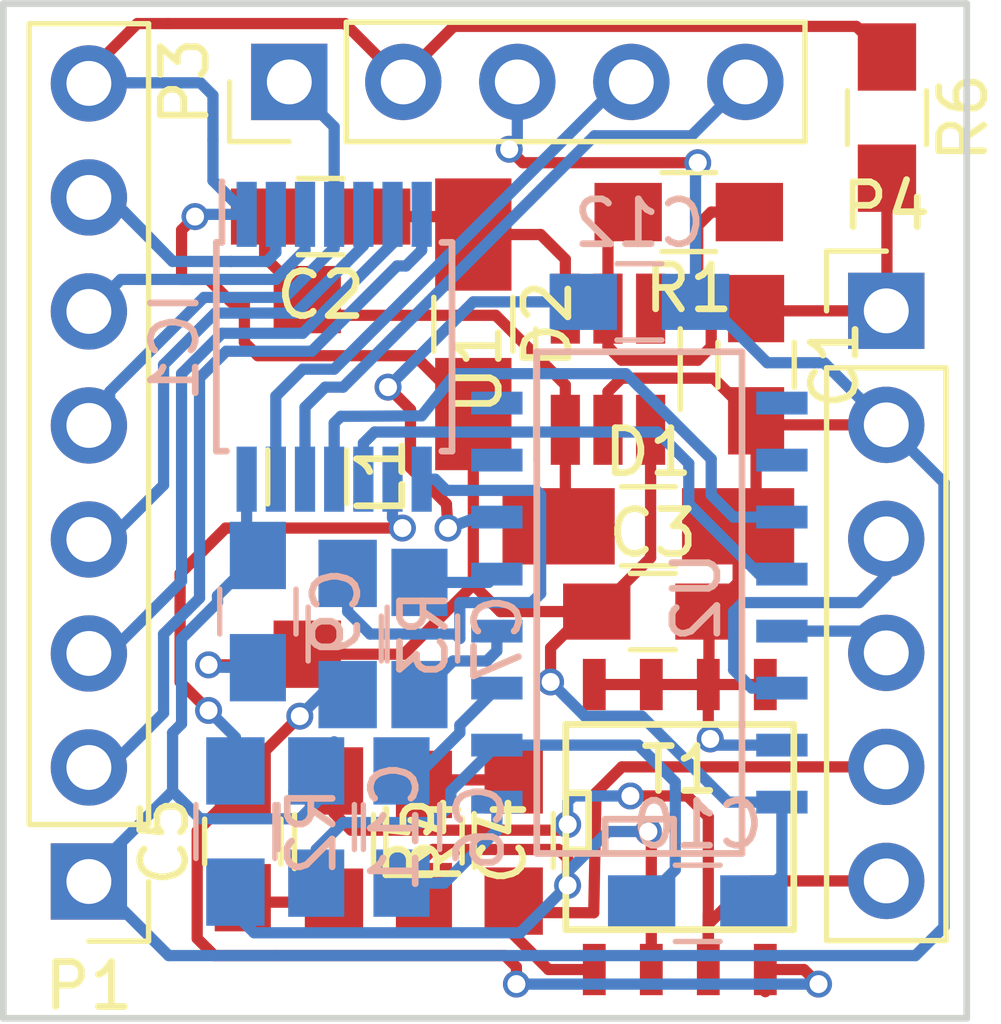
<source format=kicad_pcb>
(kicad_pcb (version 4) (host pcbnew 4.0.2-stable)

  (general
    (links 67)
    (no_connects 1)
    (area 135.791667 93.891666 163.108334 119.905)
    (thickness 1.6)
    (drawings 4)
    (tracks 341)
    (zones 0)
    (modules 27)
    (nets 33)
  )

  (page A4)
  (layers
    (0 F.Cu signal)
    (31 B.Cu signal)
    (32 B.Adhes user)
    (33 F.Adhes user)
    (34 B.Paste user)
    (35 F.Paste user)
    (36 B.SilkS user)
    (37 F.SilkS user)
    (38 B.Mask user)
    (39 F.Mask user)
    (40 Dwgs.User user)
    (41 Cmts.User user)
    (42 Eco1.User user)
    (43 Eco2.User user)
    (44 Edge.Cuts user)
    (45 Margin user)
    (46 B.CrtYd user hide)
    (47 F.CrtYd user)
    (48 B.Fab user hide)
    (49 F.Fab user hide)
  )

  (setup
    (last_trace_width 0.25)
    (trace_clearance 0.1)
    (zone_clearance 0.508)
    (zone_45_only no)
    (trace_min 0.2)
    (segment_width 0.2)
    (edge_width 0.15)
    (via_size 0.6)
    (via_drill 0.4)
    (via_min_size 0.4)
    (via_min_drill 0.3)
    (uvia_size 0.3)
    (uvia_drill 0.1)
    (uvias_allowed no)
    (uvia_min_size 0.2)
    (uvia_min_drill 0.1)
    (pcb_text_width 0.3)
    (pcb_text_size 1.5 1.5)
    (mod_edge_width 0.15)
    (mod_text_size 1 1)
    (mod_text_width 0.15)
    (pad_size 1.524 1.524)
    (pad_drill 0.762)
    (pad_to_mask_clearance 0.2)
    (aux_axis_origin 0 0)
    (visible_elements 7FFFFFFF)
    (pcbplotparams
      (layerselection 0x00030_80000001)
      (usegerberextensions false)
      (excludeedgelayer true)
      (linewidth 0.100000)
      (plotframeref false)
      (viasonmask false)
      (mode 1)
      (useauxorigin false)
      (hpglpennumber 1)
      (hpglpenspeed 20)
      (hpglpendiameter 15)
      (hpglpenoverlay 2)
      (psnegative false)
      (psa4output false)
      (plotreference true)
      (plotvalue true)
      (plotinvisibletext false)
      (padsonsilk false)
      (subtractmaskfromsilk false)
      (outputformat 1)
      (mirror false)
      (drillshape 1)
      (scaleselection 1)
      (outputdirectory ""))
  )

  (net 0 "")
  (net 1 +24V)
  (net 2 GND)
  (net 3 "Net-(C2-Pad1)")
  (net 4 "Net-(C2-Pad2)")
  (net 5 +5V)
  (net 6 "Net-(C4-Pad1)")
  (net 7 "Net-(C4-Pad2)")
  (net 8 "Net-(C5-Pad1)")
  (net 9 "Net-(C5-Pad2)")
  (net 10 "Net-(C6-Pad1)")
  (net 11 "Net-(C6-Pad2)")
  (net 12 "Net-(C7-Pad1)")
  (net 13 "Net-(C7-Pad2)")
  (net 14 "Net-(C10-Pad2)")
  (net 15 "Net-(C12-Pad2)")
  (net 16 /DA)
  (net 17 /SE)
  (net 18 /FTS)
  (net 19 /SCLK)
  (net 20 /SDI)
  (net 21 /SDO)
  (net 22 "Net-(IC1-Pad8)")
  (net 23 "Net-(IC1-Pad9)")
  (net 24 "Net-(IC1-Pad10)")
  (net 25 "Net-(IC1-Pad11)")
  (net 26 "Net-(IC1-Pad12)")
  (net 27 "Net-(IC1-Pad13)")
  (net 28 "Net-(P4-Pad3)")
  (net 29 "Net-(P4-Pad4)")
  (net 30 "Net-(P4-Pad5)")
  (net 31 "Net-(P4-Pad6)")
  (net 32 "Net-(R1-Pad1)")

  (net_class Default "Dies ist die voreingestellte Netzklasse."
    (clearance 0.1)
    (trace_width 0.25)
    (via_dia 0.6)
    (via_drill 0.4)
    (uvia_dia 0.3)
    (uvia_drill 0.1)
    (add_net +24V)
    (add_net +5V)
    (add_net /DA)
    (add_net /FTS)
    (add_net /SCLK)
    (add_net /SDI)
    (add_net /SDO)
    (add_net /SE)
    (add_net GND)
    (add_net "Net-(C10-Pad2)")
    (add_net "Net-(C12-Pad2)")
    (add_net "Net-(C2-Pad1)")
    (add_net "Net-(C2-Pad2)")
    (add_net "Net-(C4-Pad1)")
    (add_net "Net-(C4-Pad2)")
    (add_net "Net-(C5-Pad1)")
    (add_net "Net-(C5-Pad2)")
    (add_net "Net-(C6-Pad1)")
    (add_net "Net-(C6-Pad2)")
    (add_net "Net-(C7-Pad1)")
    (add_net "Net-(C7-Pad2)")
    (add_net "Net-(IC1-Pad10)")
    (add_net "Net-(IC1-Pad11)")
    (add_net "Net-(IC1-Pad12)")
    (add_net "Net-(IC1-Pad13)")
    (add_net "Net-(IC1-Pad8)")
    (add_net "Net-(IC1-Pad9)")
    (add_net "Net-(P4-Pad3)")
    (add_net "Net-(P4-Pad4)")
    (add_net "Net-(P4-Pad5)")
    (add_net "Net-(P4-Pad6)")
    (add_net "Net-(R1-Pad1)")
  )

  (module Capacitors_SMD:C_0805_HandSoldering (layer F.Cu) (tedit 58AA84A8) (tstamp 5904AB3F)
    (at 155.2 105.2 270)
    (descr "Capacitor SMD 0805, hand soldering")
    (tags "capacitor 0805")
    (path /5903A111)
    (attr smd)
    (fp_text reference C1 (at 0 -1.75 270) (layer F.SilkS)
      (effects (font (size 1 1) (thickness 0.15)))
    )
    (fp_text value 10µ (at 0 1.75 270) (layer F.Fab)
      (effects (font (size 1 1) (thickness 0.15)))
    )
    (fp_text user %R (at 0 -1.75 270) (layer F.Fab)
      (effects (font (size 1 1) (thickness 0.15)))
    )
    (fp_line (start -1 0.62) (end -1 -0.62) (layer F.Fab) (width 0.1))
    (fp_line (start 1 0.62) (end -1 0.62) (layer F.Fab) (width 0.1))
    (fp_line (start 1 -0.62) (end 1 0.62) (layer F.Fab) (width 0.1))
    (fp_line (start -1 -0.62) (end 1 -0.62) (layer F.Fab) (width 0.1))
    (fp_line (start 0.5 -0.85) (end -0.5 -0.85) (layer F.SilkS) (width 0.12))
    (fp_line (start -0.5 0.85) (end 0.5 0.85) (layer F.SilkS) (width 0.12))
    (fp_line (start -2.25 -0.88) (end 2.25 -0.88) (layer F.CrtYd) (width 0.05))
    (fp_line (start -2.25 -0.88) (end -2.25 0.87) (layer F.CrtYd) (width 0.05))
    (fp_line (start 2.25 0.87) (end 2.25 -0.88) (layer F.CrtYd) (width 0.05))
    (fp_line (start 2.25 0.87) (end -2.25 0.87) (layer F.CrtYd) (width 0.05))
    (pad 1 smd rect (at -1.25 0 270) (size 1.5 1.25) (layers F.Cu F.Paste F.Mask)
      (net 1 +24V))
    (pad 2 smd rect (at 1.25 0 270) (size 1.5 1.25) (layers F.Cu F.Paste F.Mask)
      (net 2 GND))
    (model Capacitors_SMD.3dshapes/C_0805.wrl
      (at (xyz 0 0 0))
      (scale (xyz 1 1 1))
      (rotate (xyz 0 0 0))
    )
  )

  (module Capacitors_SMD:C_0805_HandSoldering (layer F.Cu) (tedit 58AA84A8) (tstamp 5904AB50)
    (at 145.5 101.9 180)
    (descr "Capacitor SMD 0805, hand soldering")
    (tags "capacitor 0805")
    (path /5903A5BC)
    (attr smd)
    (fp_text reference C2 (at 0 -1.75 180) (layer F.SilkS)
      (effects (font (size 1 1) (thickness 0.15)))
    )
    (fp_text value 100n (at 0 1.75 180) (layer F.Fab)
      (effects (font (size 1 1) (thickness 0.15)))
    )
    (fp_text user %R (at 0 -1.75 180) (layer F.Fab)
      (effects (font (size 1 1) (thickness 0.15)))
    )
    (fp_line (start -1 0.62) (end -1 -0.62) (layer F.Fab) (width 0.1))
    (fp_line (start 1 0.62) (end -1 0.62) (layer F.Fab) (width 0.1))
    (fp_line (start 1 -0.62) (end 1 0.62) (layer F.Fab) (width 0.1))
    (fp_line (start -1 -0.62) (end 1 -0.62) (layer F.Fab) (width 0.1))
    (fp_line (start 0.5 -0.85) (end -0.5 -0.85) (layer F.SilkS) (width 0.12))
    (fp_line (start -0.5 0.85) (end 0.5 0.85) (layer F.SilkS) (width 0.12))
    (fp_line (start -2.25 -0.88) (end 2.25 -0.88) (layer F.CrtYd) (width 0.05))
    (fp_line (start -2.25 -0.88) (end -2.25 0.87) (layer F.CrtYd) (width 0.05))
    (fp_line (start 2.25 0.87) (end 2.25 -0.88) (layer F.CrtYd) (width 0.05))
    (fp_line (start 2.25 0.87) (end -2.25 0.87) (layer F.CrtYd) (width 0.05))
    (pad 1 smd rect (at -1.25 0 180) (size 1.5 1.25) (layers F.Cu F.Paste F.Mask)
      (net 3 "Net-(C2-Pad1)"))
    (pad 2 smd rect (at 1.25 0 180) (size 1.5 1.25) (layers F.Cu F.Paste F.Mask)
      (net 4 "Net-(C2-Pad2)"))
    (model Capacitors_SMD.3dshapes/C_0805.wrl
      (at (xyz 0 0 0))
      (scale (xyz 1 1 1))
      (rotate (xyz 0 0 0))
    )
  )

  (module Capacitors_SMD:C_0805_HandSoldering (layer F.Cu) (tedit 58AA84A8) (tstamp 5904AB61)
    (at 152.9 110.7)
    (descr "Capacitor SMD 0805, hand soldering")
    (tags "capacitor 0805")
    (path /5903A52D)
    (attr smd)
    (fp_text reference C3 (at 0 -1.75) (layer F.SilkS)
      (effects (font (size 1 1) (thickness 0.15)))
    )
    (fp_text value 22µ (at 0 1.75) (layer F.Fab)
      (effects (font (size 1 1) (thickness 0.15)))
    )
    (fp_text user %R (at 0 -1.75) (layer F.Fab)
      (effects (font (size 1 1) (thickness 0.15)))
    )
    (fp_line (start -1 0.62) (end -1 -0.62) (layer F.Fab) (width 0.1))
    (fp_line (start 1 0.62) (end -1 0.62) (layer F.Fab) (width 0.1))
    (fp_line (start 1 -0.62) (end 1 0.62) (layer F.Fab) (width 0.1))
    (fp_line (start -1 -0.62) (end 1 -0.62) (layer F.Fab) (width 0.1))
    (fp_line (start 0.5 -0.85) (end -0.5 -0.85) (layer F.SilkS) (width 0.12))
    (fp_line (start -0.5 0.85) (end 0.5 0.85) (layer F.SilkS) (width 0.12))
    (fp_line (start -2.25 -0.88) (end 2.25 -0.88) (layer F.CrtYd) (width 0.05))
    (fp_line (start -2.25 -0.88) (end -2.25 0.87) (layer F.CrtYd) (width 0.05))
    (fp_line (start 2.25 0.87) (end 2.25 -0.88) (layer F.CrtYd) (width 0.05))
    (fp_line (start 2.25 0.87) (end -2.25 0.87) (layer F.CrtYd) (width 0.05))
    (pad 1 smd rect (at -1.25 0) (size 1.5 1.25) (layers F.Cu F.Paste F.Mask)
      (net 5 +5V))
    (pad 2 smd rect (at 1.25 0) (size 1.5 1.25) (layers F.Cu F.Paste F.Mask)
      (net 2 GND))
    (model Capacitors_SMD.3dshapes/C_0805.wrl
      (at (xyz 0 0 0))
      (scale (xyz 1 1 1))
      (rotate (xyz 0 0 0))
    )
  )

  (module Capacitors_SMD:C_0805_HandSoldering (layer F.Cu) (tedit 58AA84A8) (tstamp 5904AB72)
    (at 147.8 115.8 270)
    (descr "Capacitor SMD 0805, hand soldering")
    (tags "capacitor 0805")
    (path /5903E1F8)
    (attr smd)
    (fp_text reference C4 (at 0 -1.75 270) (layer F.SilkS)
      (effects (font (size 1 1) (thickness 0.15)))
    )
    (fp_text value 10n (at 0 1.75 270) (layer F.Fab)
      (effects (font (size 1 1) (thickness 0.15)))
    )
    (fp_text user %R (at 0 -1.75 270) (layer F.Fab)
      (effects (font (size 1 1) (thickness 0.15)))
    )
    (fp_line (start -1 0.62) (end -1 -0.62) (layer F.Fab) (width 0.1))
    (fp_line (start 1 0.62) (end -1 0.62) (layer F.Fab) (width 0.1))
    (fp_line (start 1 -0.62) (end 1 0.62) (layer F.Fab) (width 0.1))
    (fp_line (start -1 -0.62) (end 1 -0.62) (layer F.Fab) (width 0.1))
    (fp_line (start 0.5 -0.85) (end -0.5 -0.85) (layer F.SilkS) (width 0.12))
    (fp_line (start -0.5 0.85) (end 0.5 0.85) (layer F.SilkS) (width 0.12))
    (fp_line (start -2.25 -0.88) (end 2.25 -0.88) (layer F.CrtYd) (width 0.05))
    (fp_line (start -2.25 -0.88) (end -2.25 0.87) (layer F.CrtYd) (width 0.05))
    (fp_line (start 2.25 0.87) (end 2.25 -0.88) (layer F.CrtYd) (width 0.05))
    (fp_line (start 2.25 0.87) (end -2.25 0.87) (layer F.CrtYd) (width 0.05))
    (pad 1 smd rect (at -1.25 0 270) (size 1.5 1.25) (layers F.Cu F.Paste F.Mask)
      (net 6 "Net-(C4-Pad1)"))
    (pad 2 smd rect (at 1.25 0 270) (size 1.5 1.25) (layers F.Cu F.Paste F.Mask)
      (net 7 "Net-(C4-Pad2)"))
    (model Capacitors_SMD.3dshapes/C_0805.wrl
      (at (xyz 0 0 0))
      (scale (xyz 1 1 1))
      (rotate (xyz 0 0 0))
    )
  )

  (module Capacitors_SMD:C_0805_HandSoldering (layer F.Cu) (tedit 58AA84A8) (tstamp 5904AB83)
    (at 143.764 115.824 90)
    (descr "Capacitor SMD 0805, hand soldering")
    (tags "capacitor 0805")
    (path /5903E36D)
    (attr smd)
    (fp_text reference C5 (at 0 -1.75 90) (layer F.SilkS)
      (effects (font (size 1 1) (thickness 0.15)))
    )
    (fp_text value 10n (at 0 1.75 90) (layer F.Fab)
      (effects (font (size 1 1) (thickness 0.15)))
    )
    (fp_text user %R (at 0 -1.75 90) (layer F.Fab)
      (effects (font (size 1 1) (thickness 0.15)))
    )
    (fp_line (start -1 0.62) (end -1 -0.62) (layer F.Fab) (width 0.1))
    (fp_line (start 1 0.62) (end -1 0.62) (layer F.Fab) (width 0.1))
    (fp_line (start 1 -0.62) (end 1 0.62) (layer F.Fab) (width 0.1))
    (fp_line (start -1 -0.62) (end 1 -0.62) (layer F.Fab) (width 0.1))
    (fp_line (start 0.5 -0.85) (end -0.5 -0.85) (layer F.SilkS) (width 0.12))
    (fp_line (start -0.5 0.85) (end 0.5 0.85) (layer F.SilkS) (width 0.12))
    (fp_line (start -2.25 -0.88) (end 2.25 -0.88) (layer F.CrtYd) (width 0.05))
    (fp_line (start -2.25 -0.88) (end -2.25 0.87) (layer F.CrtYd) (width 0.05))
    (fp_line (start 2.25 0.87) (end 2.25 -0.88) (layer F.CrtYd) (width 0.05))
    (fp_line (start 2.25 0.87) (end -2.25 0.87) (layer F.CrtYd) (width 0.05))
    (pad 1 smd rect (at -1.25 0 90) (size 1.5 1.25) (layers F.Cu F.Paste F.Mask)
      (net 8 "Net-(C5-Pad1)"))
    (pad 2 smd rect (at 1.25 0 90) (size 1.5 1.25) (layers F.Cu F.Paste F.Mask)
      (net 9 "Net-(C5-Pad2)"))
    (model Capacitors_SMD.3dshapes/C_0805.wrl
      (at (xyz 0 0 0))
      (scale (xyz 1 1 1))
      (rotate (xyz 0 0 0))
    )
  )

  (module Capacitors_SMD:C_0805_HandSoldering (layer B.Cu) (tedit 58AA84A8) (tstamp 5904AB94)
    (at 147.3 115.5 90)
    (descr "Capacitor SMD 0805, hand soldering")
    (tags "capacitor 0805")
    (path /59039912)
    (attr smd)
    (fp_text reference C6 (at 0 1.75 90) (layer B.SilkS)
      (effects (font (size 1 1) (thickness 0.15)) (justify mirror))
    )
    (fp_text value 100n (at 0 -1.75 90) (layer B.Fab)
      (effects (font (size 1 1) (thickness 0.15)) (justify mirror))
    )
    (fp_text user %R (at 0 1.75 90) (layer B.Fab)
      (effects (font (size 1 1) (thickness 0.15)) (justify mirror))
    )
    (fp_line (start -1 -0.62) (end -1 0.62) (layer B.Fab) (width 0.1))
    (fp_line (start 1 -0.62) (end -1 -0.62) (layer B.Fab) (width 0.1))
    (fp_line (start 1 0.62) (end 1 -0.62) (layer B.Fab) (width 0.1))
    (fp_line (start -1 0.62) (end 1 0.62) (layer B.Fab) (width 0.1))
    (fp_line (start 0.5 0.85) (end -0.5 0.85) (layer B.SilkS) (width 0.12))
    (fp_line (start -0.5 -0.85) (end 0.5 -0.85) (layer B.SilkS) (width 0.12))
    (fp_line (start -2.25 0.88) (end 2.25 0.88) (layer B.CrtYd) (width 0.05))
    (fp_line (start -2.25 0.88) (end -2.25 -0.87) (layer B.CrtYd) (width 0.05))
    (fp_line (start 2.25 -0.87) (end 2.25 0.88) (layer B.CrtYd) (width 0.05))
    (fp_line (start 2.25 -0.87) (end -2.25 -0.87) (layer B.CrtYd) (width 0.05))
    (pad 1 smd rect (at -1.25 0 90) (size 1.5 1.25) (layers B.Cu B.Paste B.Mask)
      (net 10 "Net-(C6-Pad1)"))
    (pad 2 smd rect (at 1.25 0 90) (size 1.5 1.25) (layers B.Cu B.Paste B.Mask)
      (net 11 "Net-(C6-Pad2)"))
    (model Capacitors_SMD.3dshapes/C_0805.wrl
      (at (xyz 0 0 0))
      (scale (xyz 1 1 1))
      (rotate (xyz 0 0 0))
    )
  )

  (module Capacitors_SMD:C_0805_HandSoldering (layer B.Cu) (tedit 58AA84A8) (tstamp 5904ABA5)
    (at 147.7 111.3 90)
    (descr "Capacitor SMD 0805, hand soldering")
    (tags "capacitor 0805")
    (path /59039949)
    (attr smd)
    (fp_text reference C7 (at 0 1.75 90) (layer B.SilkS)
      (effects (font (size 1 1) (thickness 0.15)) (justify mirror))
    )
    (fp_text value 100n (at 0 -1.75 90) (layer B.Fab)
      (effects (font (size 1 1) (thickness 0.15)) (justify mirror))
    )
    (fp_text user %R (at 0 1.75 90) (layer B.Fab)
      (effects (font (size 1 1) (thickness 0.15)) (justify mirror))
    )
    (fp_line (start -1 -0.62) (end -1 0.62) (layer B.Fab) (width 0.1))
    (fp_line (start 1 -0.62) (end -1 -0.62) (layer B.Fab) (width 0.1))
    (fp_line (start 1 0.62) (end 1 -0.62) (layer B.Fab) (width 0.1))
    (fp_line (start -1 0.62) (end 1 0.62) (layer B.Fab) (width 0.1))
    (fp_line (start 0.5 0.85) (end -0.5 0.85) (layer B.SilkS) (width 0.12))
    (fp_line (start -0.5 -0.85) (end 0.5 -0.85) (layer B.SilkS) (width 0.12))
    (fp_line (start -2.25 0.88) (end 2.25 0.88) (layer B.CrtYd) (width 0.05))
    (fp_line (start -2.25 0.88) (end -2.25 -0.87) (layer B.CrtYd) (width 0.05))
    (fp_line (start 2.25 -0.87) (end 2.25 0.88) (layer B.CrtYd) (width 0.05))
    (fp_line (start 2.25 -0.87) (end -2.25 -0.87) (layer B.CrtYd) (width 0.05))
    (pad 1 smd rect (at -1.25 0 90) (size 1.5 1.25) (layers B.Cu B.Paste B.Mask)
      (net 12 "Net-(C7-Pad1)"))
    (pad 2 smd rect (at 1.25 0 90) (size 1.5 1.25) (layers B.Cu B.Paste B.Mask)
      (net 13 "Net-(C7-Pad2)"))
    (model Capacitors_SMD.3dshapes/C_0805.wrl
      (at (xyz 0 0 0))
      (scale (xyz 1 1 1))
      (rotate (xyz 0 0 0))
    )
  )

  (module Capacitors_SMD:C_0805_HandSoldering (layer B.Cu) (tedit 58AA84A8) (tstamp 5904ABC7)
    (at 144.1 110.7 90)
    (descr "Capacitor SMD 0805, hand soldering")
    (tags "capacitor 0805")
    (path /5903FDDE)
    (attr smd)
    (fp_text reference C9 (at 0 1.75 90) (layer B.SilkS)
      (effects (font (size 1 1) (thickness 0.15)) (justify mirror))
    )
    (fp_text value 100n (at 0 -1.75 90) (layer B.Fab)
      (effects (font (size 1 1) (thickness 0.15)) (justify mirror))
    )
    (fp_text user %R (at 0 1.75 90) (layer B.Fab)
      (effects (font (size 1 1) (thickness 0.15)) (justify mirror))
    )
    (fp_line (start -1 -0.62) (end -1 0.62) (layer B.Fab) (width 0.1))
    (fp_line (start 1 -0.62) (end -1 -0.62) (layer B.Fab) (width 0.1))
    (fp_line (start 1 0.62) (end 1 -0.62) (layer B.Fab) (width 0.1))
    (fp_line (start -1 0.62) (end 1 0.62) (layer B.Fab) (width 0.1))
    (fp_line (start 0.5 0.85) (end -0.5 0.85) (layer B.SilkS) (width 0.12))
    (fp_line (start -0.5 -0.85) (end 0.5 -0.85) (layer B.SilkS) (width 0.12))
    (fp_line (start -2.25 0.88) (end 2.25 0.88) (layer B.CrtYd) (width 0.05))
    (fp_line (start -2.25 0.88) (end -2.25 -0.87) (layer B.CrtYd) (width 0.05))
    (fp_line (start 2.25 -0.87) (end 2.25 0.88) (layer B.CrtYd) (width 0.05))
    (fp_line (start 2.25 -0.87) (end -2.25 -0.87) (layer B.CrtYd) (width 0.05))
    (pad 1 smd rect (at -1.25 0 90) (size 1.5 1.25) (layers B.Cu B.Paste B.Mask)
      (net 5 +5V))
    (pad 2 smd rect (at 1.25 0 90) (size 1.5 1.25) (layers B.Cu B.Paste B.Mask)
      (net 2 GND))
    (model Capacitors_SMD.3dshapes/C_0805.wrl
      (at (xyz 0 0 0))
      (scale (xyz 1 1 1))
      (rotate (xyz 0 0 0))
    )
  )

  (module Capacitors_SMD:C_0805_HandSoldering (layer B.Cu) (tedit 58AA84A8) (tstamp 5904ABD8)
    (at 153.9 117.2 180)
    (descr "Capacitor SMD 0805, hand soldering")
    (tags "capacitor 0805")
    (path /5903B063)
    (attr smd)
    (fp_text reference C10 (at 0 1.75 180) (layer B.SilkS)
      (effects (font (size 1 1) (thickness 0.15)) (justify mirror))
    )
    (fp_text value 100n (at 0 -1.75 180) (layer B.Fab)
      (effects (font (size 1 1) (thickness 0.15)) (justify mirror))
    )
    (fp_text user %R (at 0 1.75 180) (layer B.Fab)
      (effects (font (size 1 1) (thickness 0.15)) (justify mirror))
    )
    (fp_line (start -1 -0.62) (end -1 0.62) (layer B.Fab) (width 0.1))
    (fp_line (start 1 -0.62) (end -1 -0.62) (layer B.Fab) (width 0.1))
    (fp_line (start 1 0.62) (end 1 -0.62) (layer B.Fab) (width 0.1))
    (fp_line (start -1 0.62) (end 1 0.62) (layer B.Fab) (width 0.1))
    (fp_line (start 0.5 0.85) (end -0.5 0.85) (layer B.SilkS) (width 0.12))
    (fp_line (start -0.5 -0.85) (end 0.5 -0.85) (layer B.SilkS) (width 0.12))
    (fp_line (start -2.25 0.88) (end 2.25 0.88) (layer B.CrtYd) (width 0.05))
    (fp_line (start -2.25 0.88) (end -2.25 -0.87) (layer B.CrtYd) (width 0.05))
    (fp_line (start 2.25 -0.87) (end 2.25 0.88) (layer B.CrtYd) (width 0.05))
    (fp_line (start 2.25 -0.87) (end -2.25 -0.87) (layer B.CrtYd) (width 0.05))
    (pad 1 smd rect (at -1.25 0 180) (size 1.5 1.25) (layers B.Cu B.Paste B.Mask)
      (net 5 +5V))
    (pad 2 smd rect (at 1.25 0 180) (size 1.5 1.25) (layers B.Cu B.Paste B.Mask)
      (net 14 "Net-(C10-Pad2)"))
    (model Capacitors_SMD.3dshapes/C_0805.wrl
      (at (xyz 0 0 0))
      (scale (xyz 1 1 1))
      (rotate (xyz 0 0 0))
    )
  )

  (module Capacitors_SMD:C_0805_HandSoldering (layer B.Cu) (tedit 58AA84A8) (tstamp 5904ABE9)
    (at 145.4 115.5 90)
    (descr "Capacitor SMD 0805, hand soldering")
    (tags "capacitor 0805")
    (path /5903AF6A)
    (attr smd)
    (fp_text reference C11 (at 0 1.75 90) (layer B.SilkS)
      (effects (font (size 1 1) (thickness 0.15)) (justify mirror))
    )
    (fp_text value 100n (at 0 -1.75 90) (layer B.Fab)
      (effects (font (size 1 1) (thickness 0.15)) (justify mirror))
    )
    (fp_text user %R (at 0 1.75 90) (layer B.Fab)
      (effects (font (size 1 1) (thickness 0.15)) (justify mirror))
    )
    (fp_line (start -1 -0.62) (end -1 0.62) (layer B.Fab) (width 0.1))
    (fp_line (start 1 -0.62) (end -1 -0.62) (layer B.Fab) (width 0.1))
    (fp_line (start 1 0.62) (end 1 -0.62) (layer B.Fab) (width 0.1))
    (fp_line (start -1 0.62) (end 1 0.62) (layer B.Fab) (width 0.1))
    (fp_line (start 0.5 0.85) (end -0.5 0.85) (layer B.SilkS) (width 0.12))
    (fp_line (start -0.5 -0.85) (end 0.5 -0.85) (layer B.SilkS) (width 0.12))
    (fp_line (start -2.25 0.88) (end 2.25 0.88) (layer B.CrtYd) (width 0.05))
    (fp_line (start -2.25 0.88) (end -2.25 -0.87) (layer B.CrtYd) (width 0.05))
    (fp_line (start 2.25 -0.87) (end 2.25 0.88) (layer B.CrtYd) (width 0.05))
    (fp_line (start 2.25 -0.87) (end -2.25 -0.87) (layer B.CrtYd) (width 0.05))
    (pad 1 smd rect (at -1.25 0 90) (size 1.5 1.25) (layers B.Cu B.Paste B.Mask)
      (net 14 "Net-(C10-Pad2)"))
    (pad 2 smd rect (at 1.25 0 90) (size 1.5 1.25) (layers B.Cu B.Paste B.Mask)
      (net 2 GND))
    (model Capacitors_SMD.3dshapes/C_0805.wrl
      (at (xyz 0 0 0))
      (scale (xyz 1 1 1))
      (rotate (xyz 0 0 0))
    )
  )

  (module Capacitors_SMD:C_0805_HandSoldering (layer B.Cu) (tedit 58AA84A8) (tstamp 5904ABFA)
    (at 152.6 103.8 180)
    (descr "Capacitor SMD 0805, hand soldering")
    (tags "capacitor 0805")
    (path /5903B0B0)
    (attr smd)
    (fp_text reference C12 (at 0 1.75 180) (layer B.SilkS)
      (effects (font (size 1 1) (thickness 0.15)) (justify mirror))
    )
    (fp_text value 100n (at 0 -1.75 180) (layer B.Fab)
      (effects (font (size 1 1) (thickness 0.15)) (justify mirror))
    )
    (fp_text user %R (at 0 1.75 180) (layer B.Fab)
      (effects (font (size 1 1) (thickness 0.15)) (justify mirror))
    )
    (fp_line (start -1 -0.62) (end -1 0.62) (layer B.Fab) (width 0.1))
    (fp_line (start 1 -0.62) (end -1 -0.62) (layer B.Fab) (width 0.1))
    (fp_line (start 1 0.62) (end 1 -0.62) (layer B.Fab) (width 0.1))
    (fp_line (start -1 0.62) (end 1 0.62) (layer B.Fab) (width 0.1))
    (fp_line (start 0.5 0.85) (end -0.5 0.85) (layer B.SilkS) (width 0.12))
    (fp_line (start -0.5 -0.85) (end 0.5 -0.85) (layer B.SilkS) (width 0.12))
    (fp_line (start -2.25 0.88) (end 2.25 0.88) (layer B.CrtYd) (width 0.05))
    (fp_line (start -2.25 0.88) (end -2.25 -0.87) (layer B.CrtYd) (width 0.05))
    (fp_line (start 2.25 -0.87) (end 2.25 0.88) (layer B.CrtYd) (width 0.05))
    (fp_line (start 2.25 -0.87) (end -2.25 -0.87) (layer B.CrtYd) (width 0.05))
    (pad 1 smd rect (at -1.25 0 180) (size 1.5 1.25) (layers B.Cu B.Paste B.Mask)
      (net 2 GND))
    (pad 2 smd rect (at 1.25 0 180) (size 1.5 1.25) (layers B.Cu B.Paste B.Mask)
      (net 15 "Net-(C12-Pad2)"))
    (model Capacitors_SMD.3dshapes/C_0805.wrl
      (at (xyz 0 0 0))
      (scale (xyz 1 1 1))
      (rotate (xyz 0 0 0))
    )
  )

  (module tobi:SMA-4 (layer F.Cu) (tedit 5903CE9E) (tstamp 5904AC0B)
    (at 152.8 108.8)
    (descr "SMA Package")
    (tags "SMD ")
    (path /5903A497)
    (attr smd)
    (fp_text reference D1 (at 0 -1.65) (layer F.SilkS)
      (effects (font (size 1 1) (thickness 0.15)))
    )
    (fp_text value B140 (at 0 1.8) (layer F.Fab)
      (effects (font (size 1 1) (thickness 0.15)))
    )
    (fp_text user %R (at 0 0) (layer F.Fab)
      (effects (font (size 0.5 0.5) (thickness 0.075)))
    )
    (fp_line (start -1 0.62) (end -1 -0.62) (layer F.Fab) (width 0.1))
    (fp_line (start 1 0.62) (end -1 0.62) (layer F.Fab) (width 0.1))
    (fp_line (start 1 -0.62) (end 1 0.62) (layer F.Fab) (width 0.1))
    (fp_line (start -1 -0.62) (end 1 -0.62) (layer F.Fab) (width 0.1))
    (fp_line (start 0.6 0.88) (end -0.6 0.88) (layer F.SilkS) (width 0.12))
    (fp_line (start -0.6 -0.88) (end 0.6 -0.88) (layer F.SilkS) (width 0.12))
    (fp_line (start -2 -0.9) (end 2 -0.9) (layer F.CrtYd) (width 0.05))
    (fp_line (start -2 -0.9) (end -2 0.9) (layer F.CrtYd) (width 0.05))
    (fp_line (start 2 0.9) (end 2 -0.9) (layer F.CrtYd) (width 0.05))
    (fp_line (start 2 0.9) (end -2 0.9) (layer F.CrtYd) (width 0.05))
    (pad 1 smd rect (at -2 0) (size 2.5 1.7) (layers F.Cu F.Paste F.Mask)
      (net 4 "Net-(C2-Pad2)"))
    (pad 2 smd rect (at 2 0) (size 2.5 1.7) (layers F.Cu F.Paste F.Mask)
      (net 2 GND))
    (model ${KISYS3DMOD}/Resistors_SMD.3dshapes/R_0805.wrl
      (at (xyz 0 0 0))
      (scale (xyz 1 1 1))
      (rotate (xyz 0 0 0))
    )
  )

  (module tobi:SMA-4 (layer F.Cu) (tedit 5903CE9E) (tstamp 5904AC1C)
    (at 148.9 104.3 270)
    (descr "SMA Package")
    (tags "SMD ")
    (path /5903A607)
    (attr smd)
    (fp_text reference D2 (at 0 -1.65 270) (layer F.SilkS)
      (effects (font (size 1 1) (thickness 0.15)))
    )
    (fp_text value B140 (at 0 1.8 270) (layer F.Fab)
      (effects (font (size 1 1) (thickness 0.15)))
    )
    (fp_text user %R (at 0 0 270) (layer F.Fab)
      (effects (font (size 0.5 0.5) (thickness 0.075)))
    )
    (fp_line (start -1 0.62) (end -1 -0.62) (layer F.Fab) (width 0.1))
    (fp_line (start 1 0.62) (end -1 0.62) (layer F.Fab) (width 0.1))
    (fp_line (start 1 -0.62) (end 1 0.62) (layer F.Fab) (width 0.1))
    (fp_line (start -1 -0.62) (end 1 -0.62) (layer F.Fab) (width 0.1))
    (fp_line (start 0.6 0.88) (end -0.6 0.88) (layer F.SilkS) (width 0.12))
    (fp_line (start -0.6 -0.88) (end 0.6 -0.88) (layer F.SilkS) (width 0.12))
    (fp_line (start -2 -0.9) (end 2 -0.9) (layer F.CrtYd) (width 0.05))
    (fp_line (start -2 -0.9) (end -2 0.9) (layer F.CrtYd) (width 0.05))
    (fp_line (start 2 0.9) (end 2 -0.9) (layer F.CrtYd) (width 0.05))
    (fp_line (start 2 0.9) (end -2 0.9) (layer F.CrtYd) (width 0.05))
    (pad 1 smd rect (at -2 0 270) (size 2.5 1.7) (layers F.Cu F.Paste F.Mask)
      (net 3 "Net-(C2-Pad1)"))
    (pad 2 smd rect (at 2 0 270) (size 2.5 1.7) (layers F.Cu F.Paste F.Mask)
      (net 5 +5V))
    (model ${KISYS3DMOD}/Resistors_SMD.3dshapes/R_0805.wrl
      (at (xyz 0 0 0))
      (scale (xyz 1 1 1))
      (rotate (xyz 0 0 0))
    )
  )

  (module Housings_SSOP:TSSOP-14_4.4x5mm_Pitch0.65mm (layer B.Cu) (tedit 54130A77) (tstamp 5904AC3F)
    (at 145.8 104.8 270)
    (descr "14-Lead Plastic Thin Shrink Small Outline (ST)-4.4 mm Body [TSSOP] (see Microchip Packaging Specification 00000049BS.pdf)")
    (tags "SSOP 0.65")
    (path /5903B9E0)
    (attr smd)
    (fp_text reference IC1 (at 0 3.55 270) (layer B.SilkS)
      (effects (font (size 1 1) (thickness 0.15)) (justify mirror))
    )
    (fp_text value PIC16F1615 (at 0 -3.55 270) (layer B.Fab)
      (effects (font (size 1 1) (thickness 0.15)) (justify mirror))
    )
    (fp_line (start -1.2 2.5) (end 2.2 2.5) (layer B.Fab) (width 0.15))
    (fp_line (start 2.2 2.5) (end 2.2 -2.5) (layer B.Fab) (width 0.15))
    (fp_line (start 2.2 -2.5) (end -2.2 -2.5) (layer B.Fab) (width 0.15))
    (fp_line (start -2.2 -2.5) (end -2.2 1.5) (layer B.Fab) (width 0.15))
    (fp_line (start -2.2 1.5) (end -1.2 2.5) (layer B.Fab) (width 0.15))
    (fp_line (start -3.95 2.8) (end -3.95 -2.8) (layer B.CrtYd) (width 0.05))
    (fp_line (start 3.95 2.8) (end 3.95 -2.8) (layer B.CrtYd) (width 0.05))
    (fp_line (start -3.95 2.8) (end 3.95 2.8) (layer B.CrtYd) (width 0.05))
    (fp_line (start -3.95 -2.8) (end 3.95 -2.8) (layer B.CrtYd) (width 0.05))
    (fp_line (start -2.325 2.625) (end -2.325 2.5) (layer B.SilkS) (width 0.15))
    (fp_line (start 2.325 2.625) (end 2.325 2.4) (layer B.SilkS) (width 0.15))
    (fp_line (start 2.325 -2.625) (end 2.325 -2.4) (layer B.SilkS) (width 0.15))
    (fp_line (start -2.325 -2.625) (end -2.325 -2.4) (layer B.SilkS) (width 0.15))
    (fp_line (start -2.325 2.625) (end 2.325 2.625) (layer B.SilkS) (width 0.15))
    (fp_line (start -2.325 -2.625) (end 2.325 -2.625) (layer B.SilkS) (width 0.15))
    (fp_line (start -2.325 2.5) (end -3.675 2.5) (layer B.SilkS) (width 0.15))
    (fp_text user %R (at 0 0 270) (layer B.Fab)
      (effects (font (size 0.8 0.8) (thickness 0.15)) (justify mirror))
    )
    (pad 1 smd rect (at -2.95 1.95 270) (size 1.45 0.45) (layers B.Cu B.Paste B.Mask)
      (net 5 +5V))
    (pad 2 smd rect (at -2.95 1.3 270) (size 1.45 0.45) (layers B.Cu B.Paste B.Mask)
      (net 16 /DA))
    (pad 3 smd rect (at -2.95 0.65 270) (size 1.45 0.45) (layers B.Cu B.Paste B.Mask)
      (net 17 /SE))
    (pad 4 smd rect (at -2.95 0 270) (size 1.45 0.45) (layers B.Cu B.Paste B.Mask)
      (net 18 /FTS))
    (pad 5 smd rect (at -2.95 -0.65 270) (size 1.45 0.45) (layers B.Cu B.Paste B.Mask)
      (net 19 /SCLK))
    (pad 6 smd rect (at -2.95 -1.3 270) (size 1.45 0.45) (layers B.Cu B.Paste B.Mask)
      (net 20 /SDI))
    (pad 7 smd rect (at -2.95 -1.95 270) (size 1.45 0.45) (layers B.Cu B.Paste B.Mask)
      (net 21 /SDO))
    (pad 8 smd rect (at 2.95 -1.95 270) (size 1.45 0.45) (layers B.Cu B.Paste B.Mask)
      (net 22 "Net-(IC1-Pad8)"))
    (pad 9 smd rect (at 2.95 -1.3 270) (size 1.45 0.45) (layers B.Cu B.Paste B.Mask)
      (net 23 "Net-(IC1-Pad9)"))
    (pad 10 smd rect (at 2.95 -0.65 270) (size 1.45 0.45) (layers B.Cu B.Paste B.Mask)
      (net 24 "Net-(IC1-Pad10)"))
    (pad 11 smd rect (at 2.95 0 270) (size 1.45 0.45) (layers B.Cu B.Paste B.Mask)
      (net 25 "Net-(IC1-Pad11)"))
    (pad 12 smd rect (at 2.95 0.65 270) (size 1.45 0.45) (layers B.Cu B.Paste B.Mask)
      (net 26 "Net-(IC1-Pad12)"))
    (pad 13 smd rect (at 2.95 1.3 270) (size 1.45 0.45) (layers B.Cu B.Paste B.Mask)
      (net 27 "Net-(IC1-Pad13)"))
    (pad 14 smd rect (at 2.95 1.95 270) (size 1.45 0.45) (layers B.Cu B.Paste B.Mask)
      (net 2 GND))
    (model ${KISYS3DMOD}/Housings_SSOP.3dshapes/TSSOP-14_4.4x5mm_Pitch0.65mm.wrl
      (at (xyz 0 0 0))
      (scale (xyz 1 1 1))
      (rotate (xyz 0 0 0))
    )
  )

  (module tobi:inductorsmd (layer F.Cu) (tedit 5903C4E5) (tstamp 5904AC50)
    (at 145.2 107.7 270)
    (descr "Inductor SMD")
    (tags "inductor smd")
    (path /5903A4D0)
    (attr smd)
    (fp_text reference L1 (at 0 -1.65 270) (layer F.SilkS)
      (effects (font (size 1 1) (thickness 0.15)))
    )
    (fp_text value 3.3µ (at 0 1.75 270) (layer F.Fab)
      (effects (font (size 1 1) (thickness 0.15)))
    )
    (fp_text user %R (at 0 0 270) (layer F.Fab)
      (effects (font (size 0.5 0.5) (thickness 0.075)))
    )
    (fp_line (start -1 0.62) (end -1 -0.62) (layer F.Fab) (width 0.1))
    (fp_line (start 1 0.62) (end -1 0.62) (layer F.Fab) (width 0.1))
    (fp_line (start 1 -0.62) (end 1 0.62) (layer F.Fab) (width 0.1))
    (fp_line (start -1 -0.62) (end 1 -0.62) (layer F.Fab) (width 0.1))
    (fp_line (start 0.6 0.88) (end -0.6 0.88) (layer F.SilkS) (width 0.12))
    (fp_line (start -0.6 -0.88) (end 0.6 -0.88) (layer F.SilkS) (width 0.12))
    (fp_line (start -2.6 -2.5) (end 2.6 -2.5) (layer F.CrtYd) (width 0.05))
    (fp_line (start -2.6 -2.5) (end -2.6 2.5) (layer F.CrtYd) (width 0.05))
    (fp_line (start 2.6 -2.5) (end 2.6 2.5) (layer F.CrtYd) (width 0.05))
    (fp_line (start -2.6 2.5) (end 2.6 2.5) (layer F.CrtYd) (width 0.05))
    (pad 1 smd rect (at -3.95 0 270) (size 1.5 1.5) (layers F.Cu F.Paste F.Mask)
      (net 4 "Net-(C2-Pad2)"))
    (pad 2 smd rect (at 3.95 0 270) (size 1.5 1.5) (layers F.Cu F.Paste F.Mask)
      (net 5 +5V))
    (model ${KISYS3DMOD}/Resistors_SMD.3dshapes/R_0805.wrl
      (at (xyz 0 0 0))
      (scale (xyz 1 1 1))
      (rotate (xyz 0 0 0))
    )
  )

  (module Pin_Headers:Pin_Header_Straight_1x08_Pitch2.54mm (layer F.Cu) (tedit 58CD4EC1) (tstamp 5904AC6B)
    (at 140.335 116.713 180)
    (descr "Through hole straight pin header, 1x08, 2.54mm pitch, single row")
    (tags "Through hole pin header THT 1x08 2.54mm single row")
    (path /59040C71)
    (fp_text reference P1 (at 0 -2.33 180) (layer F.SilkS)
      (effects (font (size 1 1) (thickness 0.15)))
    )
    (fp_text value CONN_01X08 (at 0 20.11 180) (layer F.Fab)
      (effects (font (size 1 1) (thickness 0.15)))
    )
    (fp_line (start -1.27 -1.27) (end -1.27 19.05) (layer F.Fab) (width 0.1))
    (fp_line (start -1.27 19.05) (end 1.27 19.05) (layer F.Fab) (width 0.1))
    (fp_line (start 1.27 19.05) (end 1.27 -1.27) (layer F.Fab) (width 0.1))
    (fp_line (start 1.27 -1.27) (end -1.27 -1.27) (layer F.Fab) (width 0.1))
    (fp_line (start -1.33 1.27) (end -1.33 19.11) (layer F.SilkS) (width 0.12))
    (fp_line (start -1.33 19.11) (end 1.33 19.11) (layer F.SilkS) (width 0.12))
    (fp_line (start 1.33 19.11) (end 1.33 1.27) (layer F.SilkS) (width 0.12))
    (fp_line (start 1.33 1.27) (end -1.33 1.27) (layer F.SilkS) (width 0.12))
    (fp_line (start -1.33 0) (end -1.33 -1.33) (layer F.SilkS) (width 0.12))
    (fp_line (start -1.33 -1.33) (end 0 -1.33) (layer F.SilkS) (width 0.12))
    (fp_line (start -1.8 -1.8) (end -1.8 19.55) (layer F.CrtYd) (width 0.05))
    (fp_line (start -1.8 19.55) (end 1.8 19.55) (layer F.CrtYd) (width 0.05))
    (fp_line (start 1.8 19.55) (end 1.8 -1.8) (layer F.CrtYd) (width 0.05))
    (fp_line (start 1.8 -1.8) (end -1.8 -1.8) (layer F.CrtYd) (width 0.05))
    (fp_text user %R (at 0 -2.33 180) (layer F.Fab)
      (effects (font (size 1 1) (thickness 0.15)))
    )
    (pad 1 thru_hole rect (at 0 0 180) (size 1.7 1.7) (drill 1) (layers *.Cu *.Mask)
      (net 2 GND))
    (pad 2 thru_hole oval (at 0 2.54 180) (size 1.7 1.7) (drill 1) (layers *.Cu *.Mask)
      (net 21 /SDO))
    (pad 3 thru_hole oval (at 0 5.08 180) (size 1.7 1.7) (drill 1) (layers *.Cu *.Mask)
      (net 20 /SDI))
    (pad 4 thru_hole oval (at 0 7.62 180) (size 1.7 1.7) (drill 1) (layers *.Cu *.Mask)
      (net 19 /SCLK))
    (pad 5 thru_hole oval (at 0 10.16 180) (size 1.7 1.7) (drill 1) (layers *.Cu *.Mask)
      (net 18 /FTS))
    (pad 6 thru_hole oval (at 0 12.7 180) (size 1.7 1.7) (drill 1) (layers *.Cu *.Mask)
      (net 17 /SE))
    (pad 7 thru_hole oval (at 0 15.24 180) (size 1.7 1.7) (drill 1) (layers *.Cu *.Mask)
      (net 16 /DA))
    (pad 8 thru_hole oval (at 0 17.78 180) (size 1.7 1.7) (drill 1) (layers *.Cu *.Mask)
      (net 5 +5V))
    (model ${KISYS3DMOD}/Pin_Headers.3dshapes/Pin_Header_Straight_1x08_Pitch2.54mm.wrl
      (at (xyz 0 -0.35 0))
      (scale (xyz 1 1 1))
      (rotate (xyz 0 0 90))
    )
  )

  (module Pin_Headers:Pin_Header_Straight_1x05_Pitch2.54mm (layer F.Cu) (tedit 58CD4EC1) (tstamp 5904AC98)
    (at 144.8 98.9 90)
    (descr "Through hole straight pin header, 1x05, 2.54mm pitch, single row")
    (tags "Through hole pin header THT 1x05 2.54mm single row")
    (path /5903D18B)
    (fp_text reference P3 (at 0 -2.33 90) (layer F.SilkS)
      (effects (font (size 1 1) (thickness 0.15)))
    )
    (fp_text value CONN_01X05 (at 0 12.49 90) (layer F.Fab)
      (effects (font (size 1 1) (thickness 0.15)))
    )
    (fp_line (start -1.27 -1.27) (end -1.27 11.43) (layer F.Fab) (width 0.1))
    (fp_line (start -1.27 11.43) (end 1.27 11.43) (layer F.Fab) (width 0.1))
    (fp_line (start 1.27 11.43) (end 1.27 -1.27) (layer F.Fab) (width 0.1))
    (fp_line (start 1.27 -1.27) (end -1.27 -1.27) (layer F.Fab) (width 0.1))
    (fp_line (start -1.33 1.27) (end -1.33 11.49) (layer F.SilkS) (width 0.12))
    (fp_line (start -1.33 11.49) (end 1.33 11.49) (layer F.SilkS) (width 0.12))
    (fp_line (start 1.33 11.49) (end 1.33 1.27) (layer F.SilkS) (width 0.12))
    (fp_line (start 1.33 1.27) (end -1.33 1.27) (layer F.SilkS) (width 0.12))
    (fp_line (start -1.33 0) (end -1.33 -1.33) (layer F.SilkS) (width 0.12))
    (fp_line (start -1.33 -1.33) (end 0 -1.33) (layer F.SilkS) (width 0.12))
    (fp_line (start -1.8 -1.8) (end -1.8 11.95) (layer F.CrtYd) (width 0.05))
    (fp_line (start -1.8 11.95) (end 1.8 11.95) (layer F.CrtYd) (width 0.05))
    (fp_line (start 1.8 11.95) (end 1.8 -1.8) (layer F.CrtYd) (width 0.05))
    (fp_line (start 1.8 -1.8) (end -1.8 -1.8) (layer F.CrtYd) (width 0.05))
    (fp_text user %R (at 0 -2.33 90) (layer F.Fab)
      (effects (font (size 1 1) (thickness 0.15)))
    )
    (pad 1 thru_hole rect (at 0 0 90) (size 1.7 1.7) (drill 1) (layers *.Cu *.Mask)
      (net 18 /FTS))
    (pad 2 thru_hole oval (at 0 2.54 90) (size 1.7 1.7) (drill 1) (layers *.Cu *.Mask)
      (net 5 +5V))
    (pad 3 thru_hole oval (at 0 5.08 90) (size 1.7 1.7) (drill 1) (layers *.Cu *.Mask)
      (net 2 GND))
    (pad 4 thru_hole oval (at 0 7.62 90) (size 1.7 1.7) (drill 1) (layers *.Cu *.Mask)
      (net 27 "Net-(IC1-Pad13)"))
    (pad 5 thru_hole oval (at 0 10.16 90) (size 1.7 1.7) (drill 1) (layers *.Cu *.Mask)
      (net 26 "Net-(IC1-Pad12)"))
    (model ${KISYS3DMOD}/Pin_Headers.3dshapes/Pin_Header_Straight_1x05_Pitch2.54mm.wrl
      (at (xyz 0 -0.2 0))
      (scale (xyz 1 1 1))
      (rotate (xyz 0 0 90))
    )
  )

  (module Pin_Headers:Pin_Header_Straight_1x06_Pitch2.54mm (layer F.Cu) (tedit 58CD4EC1) (tstamp 5904ACB1)
    (at 158.1 104)
    (descr "Through hole straight pin header, 1x06, 2.54mm pitch, single row")
    (tags "Through hole pin header THT 1x06 2.54mm single row")
    (path /5903CDFD)
    (fp_text reference P4 (at 0 -2.33) (layer F.SilkS)
      (effects (font (size 1 1) (thickness 0.15)))
    )
    (fp_text value CONN_01X06 (at 0 15.03) (layer F.Fab)
      (effects (font (size 1 1) (thickness 0.15)))
    )
    (fp_line (start -1.27 -1.27) (end -1.27 13.97) (layer F.Fab) (width 0.1))
    (fp_line (start -1.27 13.97) (end 1.27 13.97) (layer F.Fab) (width 0.1))
    (fp_line (start 1.27 13.97) (end 1.27 -1.27) (layer F.Fab) (width 0.1))
    (fp_line (start 1.27 -1.27) (end -1.27 -1.27) (layer F.Fab) (width 0.1))
    (fp_line (start -1.33 1.27) (end -1.33 14.03) (layer F.SilkS) (width 0.12))
    (fp_line (start -1.33 14.03) (end 1.33 14.03) (layer F.SilkS) (width 0.12))
    (fp_line (start 1.33 14.03) (end 1.33 1.27) (layer F.SilkS) (width 0.12))
    (fp_line (start 1.33 1.27) (end -1.33 1.27) (layer F.SilkS) (width 0.12))
    (fp_line (start -1.33 0) (end -1.33 -1.33) (layer F.SilkS) (width 0.12))
    (fp_line (start -1.33 -1.33) (end 0 -1.33) (layer F.SilkS) (width 0.12))
    (fp_line (start -1.8 -1.8) (end -1.8 14.5) (layer F.CrtYd) (width 0.05))
    (fp_line (start -1.8 14.5) (end 1.8 14.5) (layer F.CrtYd) (width 0.05))
    (fp_line (start 1.8 14.5) (end 1.8 -1.8) (layer F.CrtYd) (width 0.05))
    (fp_line (start 1.8 -1.8) (end -1.8 -1.8) (layer F.CrtYd) (width 0.05))
    (fp_text user %R (at 0 -2.33) (layer F.Fab)
      (effects (font (size 1 1) (thickness 0.15)))
    )
    (pad 1 thru_hole rect (at 0 0) (size 1.7 1.7) (drill 1) (layers *.Cu *.Mask)
      (net 1 +24V))
    (pad 2 thru_hole oval (at 0 2.54) (size 1.7 1.7) (drill 1) (layers *.Cu *.Mask)
      (net 2 GND))
    (pad 3 thru_hole oval (at 0 5.08) (size 1.7 1.7) (drill 1) (layers *.Cu *.Mask)
      (net 28 "Net-(P4-Pad3)"))
    (pad 4 thru_hole oval (at 0 7.62) (size 1.7 1.7) (drill 1) (layers *.Cu *.Mask)
      (net 29 "Net-(P4-Pad4)"))
    (pad 5 thru_hole oval (at 0 10.16) (size 1.7 1.7) (drill 1) (layers *.Cu *.Mask)
      (net 30 "Net-(P4-Pad5)"))
    (pad 6 thru_hole oval (at 0 12.7) (size 1.7 1.7) (drill 1) (layers *.Cu *.Mask)
      (net 31 "Net-(P4-Pad6)"))
    (model ${KISYS3DMOD}/Pin_Headers.3dshapes/Pin_Header_Straight_1x06_Pitch2.54mm.wrl
      (at (xyz 0 -0.25 0))
      (scale (xyz 1 1 1))
      (rotate (xyz 0 0 90))
    )
  )

  (module Resistors_SMD:R_0805_HandSoldering (layer F.Cu) (tedit 58E0A804) (tstamp 5904ACC2)
    (at 153.7 101.8 180)
    (descr "Resistor SMD 0805, hand soldering")
    (tags "resistor 0805")
    (path /5903A2AB)
    (attr smd)
    (fp_text reference R1 (at 0 -1.7 180) (layer F.SilkS)
      (effects (font (size 1 1) (thickness 0.15)))
    )
    (fp_text value 100k (at 0 1.75 180) (layer F.Fab)
      (effects (font (size 1 1) (thickness 0.15)))
    )
    (fp_text user %R (at 0 0 180) (layer F.Fab)
      (effects (font (size 0.5 0.5) (thickness 0.075)))
    )
    (fp_line (start -1 0.62) (end -1 -0.62) (layer F.Fab) (width 0.1))
    (fp_line (start 1 0.62) (end -1 0.62) (layer F.Fab) (width 0.1))
    (fp_line (start 1 -0.62) (end 1 0.62) (layer F.Fab) (width 0.1))
    (fp_line (start -1 -0.62) (end 1 -0.62) (layer F.Fab) (width 0.1))
    (fp_line (start 0.6 0.88) (end -0.6 0.88) (layer F.SilkS) (width 0.12))
    (fp_line (start -0.6 -0.88) (end 0.6 -0.88) (layer F.SilkS) (width 0.12))
    (fp_line (start -2.35 -0.9) (end 2.35 -0.9) (layer F.CrtYd) (width 0.05))
    (fp_line (start -2.35 -0.9) (end -2.35 0.9) (layer F.CrtYd) (width 0.05))
    (fp_line (start 2.35 0.9) (end 2.35 -0.9) (layer F.CrtYd) (width 0.05))
    (fp_line (start 2.35 0.9) (end -2.35 0.9) (layer F.CrtYd) (width 0.05))
    (pad 1 smd rect (at -1.35 0 180) (size 1.5 1.3) (layers F.Cu F.Paste F.Mask)
      (net 32 "Net-(R1-Pad1)"))
    (pad 2 smd rect (at 1.35 0 180) (size 1.5 1.3) (layers F.Cu F.Paste F.Mask)
      (net 1 +24V))
    (model ${KISYS3DMOD}/Resistors_SMD.3dshapes/R_0805.wrl
      (at (xyz 0 0 0))
      (scale (xyz 1 1 1))
      (rotate (xyz 0 0 0))
    )
  )

  (module Resistors_SMD:R_0805_HandSoldering (layer B.Cu) (tedit 58E0A804) (tstamp 5904ACD3)
    (at 143.6 115.6 90)
    (descr "Resistor SMD 0805, hand soldering")
    (tags "resistor 0805")
    (path /5903E489)
    (attr smd)
    (fp_text reference R2 (at 0 1.7 90) (layer B.SilkS)
      (effects (font (size 1 1) (thickness 0.15)) (justify mirror))
    )
    (fp_text value 1k (at 0 -1.75 90) (layer B.Fab)
      (effects (font (size 1 1) (thickness 0.15)) (justify mirror))
    )
    (fp_text user %R (at 0 0 90) (layer B.Fab)
      (effects (font (size 0.5 0.5) (thickness 0.075)) (justify mirror))
    )
    (fp_line (start -1 -0.62) (end -1 0.62) (layer B.Fab) (width 0.1))
    (fp_line (start 1 -0.62) (end -1 -0.62) (layer B.Fab) (width 0.1))
    (fp_line (start 1 0.62) (end 1 -0.62) (layer B.Fab) (width 0.1))
    (fp_line (start -1 0.62) (end 1 0.62) (layer B.Fab) (width 0.1))
    (fp_line (start 0.6 -0.88) (end -0.6 -0.88) (layer B.SilkS) (width 0.12))
    (fp_line (start -0.6 0.88) (end 0.6 0.88) (layer B.SilkS) (width 0.12))
    (fp_line (start -2.35 0.9) (end 2.35 0.9) (layer B.CrtYd) (width 0.05))
    (fp_line (start -2.35 0.9) (end -2.35 -0.9) (layer B.CrtYd) (width 0.05))
    (fp_line (start 2.35 -0.9) (end 2.35 0.9) (layer B.CrtYd) (width 0.05))
    (fp_line (start 2.35 -0.9) (end -2.35 -0.9) (layer B.CrtYd) (width 0.05))
    (pad 1 smd rect (at -1.35 0 90) (size 1.5 1.3) (layers B.Cu B.Paste B.Mask)
      (net 7 "Net-(C4-Pad2)"))
    (pad 2 smd rect (at 1.35 0 90) (size 1.5 1.3) (layers B.Cu B.Paste B.Mask)
      (net 23 "Net-(IC1-Pad9)"))
    (model ${KISYS3DMOD}/Resistors_SMD.3dshapes/R_0805.wrl
      (at (xyz 0 0 0))
      (scale (xyz 1 1 1))
      (rotate (xyz 0 0 0))
    )
  )

  (module Resistors_SMD:R_0805_HandSoldering (layer B.Cu) (tedit 58E0A804) (tstamp 5904ACE4)
    (at 146.1 111.2 90)
    (descr "Resistor SMD 0805, hand soldering")
    (tags "resistor 0805")
    (path /5903E4E0)
    (attr smd)
    (fp_text reference R3 (at 0 1.7 90) (layer B.SilkS)
      (effects (font (size 1 1) (thickness 0.15)) (justify mirror))
    )
    (fp_text value 1k (at 0 -1.75 90) (layer B.Fab)
      (effects (font (size 1 1) (thickness 0.15)) (justify mirror))
    )
    (fp_text user %R (at 0 0 90) (layer B.Fab)
      (effects (font (size 0.5 0.5) (thickness 0.075)) (justify mirror))
    )
    (fp_line (start -1 -0.62) (end -1 0.62) (layer B.Fab) (width 0.1))
    (fp_line (start 1 -0.62) (end -1 -0.62) (layer B.Fab) (width 0.1))
    (fp_line (start 1 0.62) (end 1 -0.62) (layer B.Fab) (width 0.1))
    (fp_line (start -1 0.62) (end 1 0.62) (layer B.Fab) (width 0.1))
    (fp_line (start 0.6 -0.88) (end -0.6 -0.88) (layer B.SilkS) (width 0.12))
    (fp_line (start -0.6 0.88) (end 0.6 0.88) (layer B.SilkS) (width 0.12))
    (fp_line (start -2.35 0.9) (end 2.35 0.9) (layer B.CrtYd) (width 0.05))
    (fp_line (start -2.35 0.9) (end -2.35 -0.9) (layer B.CrtYd) (width 0.05))
    (fp_line (start 2.35 -0.9) (end 2.35 0.9) (layer B.CrtYd) (width 0.05))
    (fp_line (start 2.35 -0.9) (end -2.35 -0.9) (layer B.CrtYd) (width 0.05))
    (pad 1 smd rect (at -1.35 0 90) (size 1.5 1.3) (layers B.Cu B.Paste B.Mask)
      (net 9 "Net-(C5-Pad2)"))
    (pad 2 smd rect (at 1.35 0 90) (size 1.5 1.3) (layers B.Cu B.Paste B.Mask)
      (net 22 "Net-(IC1-Pad8)"))
    (model ${KISYS3DMOD}/Resistors_SMD.3dshapes/R_0805.wrl
      (at (xyz 0 0 0))
      (scale (xyz 1 1 1))
      (rotate (xyz 0 0 0))
    )
  )

  (module Resistors_SMD:R_0805_HandSoldering (layer F.Cu) (tedit 58E0A804) (tstamp 5904ACF5)
    (at 149.8 115.8 90)
    (descr "Resistor SMD 0805, hand soldering")
    (tags "resistor 0805")
    (path /5903E187)
    (attr smd)
    (fp_text reference R4 (at 0 -1.7 90) (layer F.SilkS)
      (effects (font (size 1 1) (thickness 0.15)))
    )
    (fp_text value 22 (at 0 1.75 90) (layer F.Fab)
      (effects (font (size 1 1) (thickness 0.15)))
    )
    (fp_text user %R (at 0 0 90) (layer F.Fab)
      (effects (font (size 0.5 0.5) (thickness 0.075)))
    )
    (fp_line (start -1 0.62) (end -1 -0.62) (layer F.Fab) (width 0.1))
    (fp_line (start 1 0.62) (end -1 0.62) (layer F.Fab) (width 0.1))
    (fp_line (start 1 -0.62) (end 1 0.62) (layer F.Fab) (width 0.1))
    (fp_line (start -1 -0.62) (end 1 -0.62) (layer F.Fab) (width 0.1))
    (fp_line (start 0.6 0.88) (end -0.6 0.88) (layer F.SilkS) (width 0.12))
    (fp_line (start -0.6 -0.88) (end 0.6 -0.88) (layer F.SilkS) (width 0.12))
    (fp_line (start -2.35 -0.9) (end 2.35 -0.9) (layer F.CrtYd) (width 0.05))
    (fp_line (start -2.35 -0.9) (end -2.35 0.9) (layer F.CrtYd) (width 0.05))
    (fp_line (start 2.35 0.9) (end 2.35 -0.9) (layer F.CrtYd) (width 0.05))
    (fp_line (start 2.35 0.9) (end -2.35 0.9) (layer F.CrtYd) (width 0.05))
    (pad 1 smd rect (at -1.35 0 90) (size 1.5 1.3) (layers F.Cu F.Paste F.Mask)
      (net 30 "Net-(P4-Pad5)"))
    (pad 2 smd rect (at 1.35 0 90) (size 1.5 1.3) (layers F.Cu F.Paste F.Mask)
      (net 6 "Net-(C4-Pad1)"))
    (model ${KISYS3DMOD}/Resistors_SMD.3dshapes/R_0805.wrl
      (at (xyz 0 0 0))
      (scale (xyz 1 1 1))
      (rotate (xyz 0 0 0))
    )
  )

  (module Resistors_SMD:R_0805_HandSoldering (layer F.Cu) (tedit 58E0A804) (tstamp 5904AD06)
    (at 145.796 115.824 270)
    (descr "Resistor SMD 0805, hand soldering")
    (tags "resistor 0805")
    (path /5903E408)
    (attr smd)
    (fp_text reference R5 (at 0 -1.7 270) (layer F.SilkS)
      (effects (font (size 1 1) (thickness 0.15)))
    )
    (fp_text value 22 (at 0 1.75 270) (layer F.Fab)
      (effects (font (size 1 1) (thickness 0.15)))
    )
    (fp_text user %R (at 0 0 270) (layer F.Fab)
      (effects (font (size 0.5 0.5) (thickness 0.075)))
    )
    (fp_line (start -1 0.62) (end -1 -0.62) (layer F.Fab) (width 0.1))
    (fp_line (start 1 0.62) (end -1 0.62) (layer F.Fab) (width 0.1))
    (fp_line (start 1 -0.62) (end 1 0.62) (layer F.Fab) (width 0.1))
    (fp_line (start -1 -0.62) (end 1 -0.62) (layer F.Fab) (width 0.1))
    (fp_line (start 0.6 0.88) (end -0.6 0.88) (layer F.SilkS) (width 0.12))
    (fp_line (start -0.6 -0.88) (end 0.6 -0.88) (layer F.SilkS) (width 0.12))
    (fp_line (start -2.35 -0.9) (end 2.35 -0.9) (layer F.CrtYd) (width 0.05))
    (fp_line (start -2.35 -0.9) (end -2.35 0.9) (layer F.CrtYd) (width 0.05))
    (fp_line (start 2.35 0.9) (end 2.35 -0.9) (layer F.CrtYd) (width 0.05))
    (fp_line (start 2.35 0.9) (end -2.35 0.9) (layer F.CrtYd) (width 0.05))
    (pad 1 smd rect (at -1.35 0 270) (size 1.5 1.3) (layers F.Cu F.Paste F.Mask)
      (net 31 "Net-(P4-Pad6)"))
    (pad 2 smd rect (at 1.35 0 270) (size 1.5 1.3) (layers F.Cu F.Paste F.Mask)
      (net 8 "Net-(C5-Pad1)"))
    (model ${KISYS3DMOD}/Resistors_SMD.3dshapes/R_0805.wrl
      (at (xyz 0 0 0))
      (scale (xyz 1 1 1))
      (rotate (xyz 0 0 0))
    )
  )

  (module SMD_Packages:SOIC-8-N (layer F.Cu) (tedit 0) (tstamp 5904AD19)
    (at 153.5 115.5)
    (descr "Module Narrow CMS SOJ 8 pins large")
    (tags "CMS SOJ")
    (path /5903E0D9)
    (attr smd)
    (fp_text reference T1 (at 0 -1.27) (layer F.SilkS)
      (effects (font (size 1 1) (thickness 0.15)))
    )
    (fp_text value IRF7103 (at 0 1.27) (layer F.Fab)
      (effects (font (size 1 1) (thickness 0.15)))
    )
    (fp_line (start -2.54 -2.286) (end 2.54 -2.286) (layer F.SilkS) (width 0.15))
    (fp_line (start 2.54 -2.286) (end 2.54 2.286) (layer F.SilkS) (width 0.15))
    (fp_line (start 2.54 2.286) (end -2.54 2.286) (layer F.SilkS) (width 0.15))
    (fp_line (start -2.54 2.286) (end -2.54 -2.286) (layer F.SilkS) (width 0.15))
    (fp_line (start -2.54 -0.762) (end -2.032 -0.762) (layer F.SilkS) (width 0.15))
    (fp_line (start -2.032 -0.762) (end -2.032 0.508) (layer F.SilkS) (width 0.15))
    (fp_line (start -2.032 0.508) (end -2.54 0.508) (layer F.SilkS) (width 0.15))
    (pad 8 smd rect (at -1.905 -3.175) (size 0.508 1.143) (layers F.Cu F.Paste F.Mask)
      (net 2 GND))
    (pad 7 smd rect (at -0.635 -3.175) (size 0.508 1.143) (layers F.Cu F.Paste F.Mask)
      (net 2 GND))
    (pad 6 smd rect (at 0.635 -3.175) (size 0.508 1.143) (layers F.Cu F.Paste F.Mask)
      (net 2 GND))
    (pad 5 smd rect (at 1.905 -3.175) (size 0.508 1.143) (layers F.Cu F.Paste F.Mask)
      (net 2 GND))
    (pad 4 smd rect (at 1.905 3.175) (size 0.508 1.143) (layers F.Cu F.Paste F.Mask)
      (net 9 "Net-(C5-Pad2)"))
    (pad 3 smd rect (at 0.635 3.175) (size 0.508 1.143) (layers F.Cu F.Paste F.Mask)
      (net 31 "Net-(P4-Pad6)"))
    (pad 2 smd rect (at -0.635 3.175) (size 0.508 1.143) (layers F.Cu F.Paste F.Mask)
      (net 7 "Net-(C4-Pad2)"))
    (pad 1 smd rect (at -1.905 3.175) (size 0.508 1.143) (layers F.Cu F.Paste F.Mask)
      (net 30 "Net-(P4-Pad5)"))
    (model SMD_Packages.3dshapes/SOIC-8-N.wrl
      (at (xyz 0 0 0))
      (scale (xyz 0.5 0.38 0.5))
      (rotate (xyz 0 0 0))
    )
  )

  (module TO_SOT_Packages_SMD:SOT-23-6_Handsoldering (layer F.Cu) (tedit 58CE4E7E) (tstamp 5904AD2F)
    (at 151.9 105.3 90)
    (descr "6-pin SOT-23 package, Handsoldering")
    (tags "SOT-23-6 Handsoldering")
    (path /5903A42B)
    (attr smd)
    (fp_text reference U1 (at 0 -2.9 90) (layer F.SilkS)
      (effects (font (size 1 1) (thickness 0.15)))
    )
    (fp_text value MPQ2451 (at 0 2.9 90) (layer F.Fab)
      (effects (font (size 1 1) (thickness 0.15)))
    )
    (fp_text user %R (at 0 0 90) (layer F.Fab)
      (effects (font (size 0.5 0.5) (thickness 0.075)))
    )
    (fp_line (start -0.9 1.61) (end 0.9 1.61) (layer F.SilkS) (width 0.12))
    (fp_line (start 0.9 -1.61) (end -2.05 -1.61) (layer F.SilkS) (width 0.12))
    (fp_line (start -2.4 1.8) (end -2.4 -1.8) (layer F.CrtYd) (width 0.05))
    (fp_line (start 2.4 1.8) (end -2.4 1.8) (layer F.CrtYd) (width 0.05))
    (fp_line (start 2.4 -1.8) (end 2.4 1.8) (layer F.CrtYd) (width 0.05))
    (fp_line (start -2.4 -1.8) (end 2.4 -1.8) (layer F.CrtYd) (width 0.05))
    (fp_line (start -0.9 -0.9) (end -0.25 -1.55) (layer F.Fab) (width 0.1))
    (fp_line (start 0.9 -1.55) (end -0.25 -1.55) (layer F.Fab) (width 0.1))
    (fp_line (start -0.9 -0.9) (end -0.9 1.55) (layer F.Fab) (width 0.1))
    (fp_line (start 0.9 1.55) (end -0.9 1.55) (layer F.Fab) (width 0.1))
    (fp_line (start 0.9 -1.55) (end 0.9 1.55) (layer F.Fab) (width 0.1))
    (pad 1 smd rect (at -1.35 -0.95 90) (size 1.56 0.65) (layers F.Cu F.Paste F.Mask)
      (net 4 "Net-(C2-Pad2)"))
    (pad 2 smd rect (at -1.35 0 90) (size 1.56 0.65) (layers F.Cu F.Paste F.Mask)
      (net 2 GND))
    (pad 3 smd rect (at -1.35 0.95 90) (size 1.56 0.65) (layers F.Cu F.Paste F.Mask)
      (net 5 +5V))
    (pad 4 smd rect (at 1.35 0.95 90) (size 1.56 0.65) (layers F.Cu F.Paste F.Mask)
      (net 32 "Net-(R1-Pad1)"))
    (pad 6 smd rect (at 1.35 -0.95 90) (size 1.56 0.65) (layers F.Cu F.Paste F.Mask)
      (net 3 "Net-(C2-Pad1)"))
    (pad 5 smd rect (at 1.35 0 90) (size 1.56 0.65) (layers F.Cu F.Paste F.Mask)
      (net 1 +24V))
    (model ${KISYS3DMOD}/TO_SOT_Packages_SMD.3dshapes/SOT-23-6.wrl
      (at (xyz 0 0 0))
      (scale (xyz 1 1 1))
      (rotate (xyz 0 0 0))
    )
  )

  (module SMD_Packages:SO-16-N (layer B.Cu) (tedit 0) (tstamp 5904AD4A)
    (at 152.6 110.5 90)
    (descr "Module CMS SOJ 16 pins large")
    (tags "CMS SOJ")
    (path /590398BD)
    (attr smd)
    (fp_text reference U2 (at 0.127 1.27 90) (layer B.SilkS)
      (effects (font (size 1 1) (thickness 0.15)) (justify mirror))
    )
    (fp_text value MAX232 (at 0 -1.27 90) (layer B.Fab)
      (effects (font (size 1 1) (thickness 0.15)) (justify mirror))
    )
    (fp_line (start -5.588 0.762) (end -4.826 0.762) (layer B.SilkS) (width 0.15))
    (fp_line (start -4.826 0.762) (end -4.826 -0.762) (layer B.SilkS) (width 0.15))
    (fp_line (start -4.826 -0.762) (end -5.588 -0.762) (layer B.SilkS) (width 0.15))
    (fp_line (start 5.588 2.286) (end 5.588 -2.286) (layer B.SilkS) (width 0.15))
    (fp_line (start 5.588 -2.286) (end -5.588 -2.286) (layer B.SilkS) (width 0.15))
    (fp_line (start -5.588 -2.286) (end -5.588 2.286) (layer B.SilkS) (width 0.15))
    (fp_line (start -5.588 2.286) (end 5.588 2.286) (layer B.SilkS) (width 0.15))
    (pad 16 smd rect (at -4.445 3.175 90) (size 0.508 1.143) (layers B.Cu B.Paste B.Mask)
      (net 5 +5V))
    (pad 14 smd rect (at -1.905 3.175 90) (size 0.508 1.143) (layers B.Cu B.Paste B.Mask)
      (net 28 "Net-(P4-Pad3)"))
    (pad 13 smd rect (at -0.635 3.175 90) (size 0.508 1.143) (layers B.Cu B.Paste B.Mask)
      (net 29 "Net-(P4-Pad4)"))
    (pad 12 smd rect (at 0.635 3.175 90) (size 0.508 1.143) (layers B.Cu B.Paste B.Mask)
      (net 24 "Net-(IC1-Pad10)"))
    (pad 11 smd rect (at 1.905 3.175 90) (size 0.508 1.143) (layers B.Cu B.Paste B.Mask)
      (net 25 "Net-(IC1-Pad11)"))
    (pad 10 smd rect (at 3.175 3.175 90) (size 0.508 1.143) (layers B.Cu B.Paste B.Mask))
    (pad 9 smd rect (at 4.445 3.175 90) (size 0.508 1.143) (layers B.Cu B.Paste B.Mask))
    (pad 8 smd rect (at 4.445 -3.175 90) (size 0.508 1.143) (layers B.Cu B.Paste B.Mask))
    (pad 7 smd rect (at 3.175 -3.175 90) (size 0.508 1.143) (layers B.Cu B.Paste B.Mask))
    (pad 6 smd rect (at 1.905 -3.175 90) (size 0.508 1.143) (layers B.Cu B.Paste B.Mask)
      (net 15 "Net-(C12-Pad2)"))
    (pad 5 smd rect (at 0.635 -3.175 90) (size 0.508 1.143) (layers B.Cu B.Paste B.Mask)
      (net 13 "Net-(C7-Pad2)"))
    (pad 4 smd rect (at -0.635 -3.175 90) (size 0.508 1.143) (layers B.Cu B.Paste B.Mask)
      (net 12 "Net-(C7-Pad1)"))
    (pad 3 smd rect (at -1.905 -3.175 90) (size 0.508 1.143) (layers B.Cu B.Paste B.Mask)
      (net 11 "Net-(C6-Pad2)"))
    (pad 2 smd rect (at -3.175 -3.175 90) (size 0.508 1.143) (layers B.Cu B.Paste B.Mask)
      (net 14 "Net-(C10-Pad2)"))
    (pad 1 smd rect (at -4.445 -3.175 90) (size 0.508 1.143) (layers B.Cu B.Paste B.Mask)
      (net 10 "Net-(C6-Pad1)"))
    (pad 15 smd rect (at -3.175 3.175 90) (size 0.508 1.143) (layers B.Cu B.Paste B.Mask)
      (net 2 GND))
    (model SMD_Packages.3dshapes/SO-16-N.wrl
      (at (xyz 0 0 0))
      (scale (xyz 0.5 0.4 0.5))
      (rotate (xyz 0 0 0))
    )
  )

  (module Resistors_SMD:R_0805_HandSoldering (layer F.Cu) (tedit 58E0A804) (tstamp 590CC674)
    (at 158.115 99.695 270)
    (descr "Resistor SMD 0805, hand soldering")
    (tags "resistor 0805")
    (path /590CCC8F)
    (attr smd)
    (fp_text reference R6 (at 0 -1.7 270) (layer F.SilkS)
      (effects (font (size 1 1) (thickness 0.15)))
    )
    (fp_text value 0 (at 0 1.75 270) (layer F.Fab)
      (effects (font (size 1 1) (thickness 0.15)))
    )
    (fp_text user %R (at 0 0 270) (layer F.Fab)
      (effects (font (size 0.5 0.5) (thickness 0.075)))
    )
    (fp_line (start -1 0.62) (end -1 -0.62) (layer F.Fab) (width 0.1))
    (fp_line (start 1 0.62) (end -1 0.62) (layer F.Fab) (width 0.1))
    (fp_line (start 1 -0.62) (end 1 0.62) (layer F.Fab) (width 0.1))
    (fp_line (start -1 -0.62) (end 1 -0.62) (layer F.Fab) (width 0.1))
    (fp_line (start 0.6 0.88) (end -0.6 0.88) (layer F.SilkS) (width 0.12))
    (fp_line (start -0.6 -0.88) (end 0.6 -0.88) (layer F.SilkS) (width 0.12))
    (fp_line (start -2.35 -0.9) (end 2.35 -0.9) (layer F.CrtYd) (width 0.05))
    (fp_line (start -2.35 -0.9) (end -2.35 0.9) (layer F.CrtYd) (width 0.05))
    (fp_line (start 2.35 0.9) (end 2.35 -0.9) (layer F.CrtYd) (width 0.05))
    (fp_line (start 2.35 0.9) (end -2.35 0.9) (layer F.CrtYd) (width 0.05))
    (pad 1 smd rect (at -1.35 0 270) (size 1.5 1.3) (layers F.Cu F.Paste F.Mask)
      (net 5 +5V))
    (pad 2 smd rect (at 1.35 0 270) (size 1.5 1.3) (layers F.Cu F.Paste F.Mask)
      (net 1 +24V))
    (model ${KISYS3DMOD}/Resistors_SMD.3dshapes/R_0805.wrl
      (at (xyz 0 0 0))
      (scale (xyz 1 1 1))
      (rotate (xyz 0 0 0))
    )
  )

  (gr_line (start 138.43 119.761) (end 138.43 97.155) (angle 90) (layer Edge.Cuts) (width 0.15))
  (gr_line (start 159.893 119.761) (end 138.43 119.761) (angle 90) (layer Edge.Cuts) (width 0.15))
  (gr_line (start 159.893 97.155) (end 159.893 119.761) (angle 90) (layer Edge.Cuts) (width 0.15))
  (gr_line (start 138.43 97.155) (end 159.893 97.155) (angle 90) (layer Edge.Cuts) (width 0.15))

  (segment (start 158.115 101.045) (end 158.115 103.985) (width 0.25) (layer F.Cu) (net 1))
  (segment (start 158.115 103.985) (end 158.1 104) (width 0.25) (layer F.Cu) (net 1) (tstamp 590CC6CC))
  (segment (start 155.2 103.95) (end 154.55 103.95) (width 0.25) (layer F.Cu) (net 1))
  (segment (start 151.9 104.8) (end 151.9 102.25) (width 0.25) (layer F.Cu) (net 1) (tstamp 5904B0D3))
  (segment (start 152.2 105.1) (end 151.9 104.8) (width 0.25) (layer F.Cu) (net 1) (tstamp 5904B0D2))
  (segment (start 153.9 105.1) (end 152.2 105.1) (width 0.25) (layer F.Cu) (net 1) (tstamp 5904B0D1))
  (segment (start 154.2 104.8) (end 153.9 105.1) (width 0.25) (layer F.Cu) (net 1) (tstamp 5904B0D0))
  (segment (start 154.2 104.3) (end 154.2 104.8) (width 0.25) (layer F.Cu) (net 1) (tstamp 5904B0CF))
  (segment (start 154.55 103.95) (end 154.2 104.3) (width 0.25) (layer F.Cu) (net 1) (tstamp 5904B0CE))
  (segment (start 151.9 102.25) (end 152.35 101.8) (width 0.25) (layer F.Cu) (net 1) (tstamp 5904B0D4))
  (segment (start 158.1 104) (end 155.25 104) (width 0.25) (layer F.Cu) (net 1))
  (segment (start 151.9 102.25) (end 152.35 101.8) (width 0.25) (layer F.Cu) (net 1) (tstamp 5904B0BB))
  (segment (start 140.8 116.7) (end 140.8 117.051) (width 0.25) (layer B.Cu) (net 2))
  (segment (start 140.8 117.051) (end 142.113 118.364) (width 0.25) (layer B.Cu) (net 2) (tstamp 5904E08B))
  (segment (start 159.385 107.825) (end 158.1 106.54) (width 0.25) (layer B.Cu) (net 2) (tstamp 5904E09B))
  (segment (start 159.385 117.729) (end 159.385 107.825) (width 0.25) (layer B.Cu) (net 2) (tstamp 5904E098))
  (segment (start 158.75 118.364) (end 159.385 117.729) (width 0.25) (layer B.Cu) (net 2) (tstamp 5904E097))
  (segment (start 142.113 118.364) (end 158.75 118.364) (width 0.25) (layer B.Cu) (net 2) (tstamp 5904E090))
  (segment (start 153.85 103.8) (end 154.092 103.8) (width 0.25) (layer B.Cu) (net 2))
  (segment (start 154.092 103.8) (end 155.448 105.156) (width 0.25) (layer B.Cu) (net 2) (tstamp 5904D04C))
  (segment (start 156.716 105.156) (end 158.1 106.54) (width 0.25) (layer B.Cu) (net 2) (tstamp 5904D0B9))
  (segment (start 155.448 105.156) (end 156.716 105.156) (width 0.25) (layer B.Cu) (net 2) (tstamp 5904D0B5))
  (segment (start 154.135 112.325) (end 154.135 113.495) (width 0.25) (layer F.Cu) (net 2))
  (segment (start 154.315 113.675) (end 155.775 113.675) (width 0.25) (layer B.Cu) (net 2) (tstamp 5904CF81))
  (segment (start 154.178 113.538) (end 154.315 113.675) (width 0.25) (layer B.Cu) (net 2) (tstamp 5904CF80))
  (via (at 154.178 113.538) (size 0.6) (drill 0.4) (layers F.Cu B.Cu) (net 2))
  (segment (start 154.135 113.495) (end 154.178 113.538) (width 0.25) (layer F.Cu) (net 2) (tstamp 5904CF70))
  (segment (start 145.4 114.25) (end 145.4 114.95) (width 0.25) (layer B.Cu) (net 2))
  (segment (start 145.4 114.95) (end 145.034 115.316) (width 0.25) (layer B.Cu) (net 2) (tstamp 5904CED2))
  (segment (start 145.034 115.316) (end 142.816 115.316) (width 0.25) (layer B.Cu) (net 2) (tstamp 5904CED8))
  (segment (start 142.816 115.316) (end 142.2 114.7) (width 0.25) (layer B.Cu) (net 2) (tstamp 5904CEED))
  (segment (start 143.2 110.5) (end 143.2 110.35) (width 0.25) (layer B.Cu) (net 2))
  (segment (start 142.4 111.3) (end 143.2 110.5) (width 0.25) (layer B.Cu) (net 2) (tstamp 5904C02D))
  (segment (start 140.8 116.1) (end 142.2 114.7) (width 0.25) (layer B.Cu) (net 2) (tstamp 5904BBBE))
  (segment (start 142.2 114.7) (end 142.2 113.4) (width 0.25) (layer B.Cu) (net 2) (tstamp 5904BBC1))
  (segment (start 142.2 113.4) (end 142.4 113.2) (width 0.25) (layer B.Cu) (net 2) (tstamp 5904BBC4))
  (segment (start 142.4 113.2) (end 142.4 111.4) (width 0.25) (layer B.Cu) (net 2) (tstamp 5904BBC5))
  (segment (start 142.4 111.4) (end 142.4 111.3) (width 0.25) (layer B.Cu) (net 2))
  (segment (start 143.2 110.35) (end 144.1 109.45) (width 0.25) (layer B.Cu) (net 2) (tstamp 5904CEB7))
  (segment (start 143.85 107.75) (end 143.85 109.2) (width 0.25) (layer B.Cu) (net 2))
  (segment (start 143.85 109.2) (end 144.1 109.45) (width 0.25) (layer B.Cu) (net 2) (tstamp 5904CC66))
  (segment (start 149.88 98.9) (end 149.88 100.22) (width 0.25) (layer B.Cu) (net 2))
  (segment (start 153.85 100.75) (end 153.85 103.8) (width 0.25) (layer B.Cu) (net 2) (tstamp 5904C5EC))
  (segment (start 153.9 100.7) (end 153.85 100.75) (width 0.25) (layer B.Cu) (net 2) (tstamp 5904C5EB))
  (via (at 153.9 100.7) (size 0.6) (drill 0.4) (layers F.Cu B.Cu) (net 2))
  (segment (start 150 100.7) (end 153.9 100.7) (width 0.25) (layer F.Cu) (net 2) (tstamp 5904C5E1))
  (segment (start 149.7 100.4) (end 150 100.7) (width 0.25) (layer F.Cu) (net 2) (tstamp 5904C5E0))
  (via (at 149.7 100.4) (size 0.6) (drill 0.4) (layers F.Cu B.Cu) (net 2))
  (segment (start 149.88 100.22) (end 149.7 100.4) (width 0.25) (layer B.Cu) (net 2) (tstamp 5904C5DA))
  (segment (start 145.4 113.65) (end 145.4 114.2) (width 0.25) (layer B.Cu) (net 2))
  (segment (start 145.4 114.2) (end 144.9 114.7) (width 0.25) (layer B.Cu) (net 2) (tstamp 5904C11C))
  (segment (start 140.8 116.7) (end 140.8 116.1) (width 0.25) (layer B.Cu) (net 2))
  (segment (start 152.865 112.325) (end 151.595 112.325) (width 0.25) (layer F.Cu) (net 2))
  (segment (start 154.135 112.325) (end 152.865 112.325) (width 0.25) (layer F.Cu) (net 2))
  (segment (start 154.15 110.7) (end 154.15 112.31) (width 0.25) (layer F.Cu) (net 2))
  (segment (start 154.15 112.31) (end 154.135 112.325) (width 0.25) (layer F.Cu) (net 2) (tstamp 5904B5F5))
  (segment (start 154.135 112.325) (end 155.405 112.325) (width 0.25) (layer F.Cu) (net 2) (tstamp 5904B5F6))
  (segment (start 155.2 106.45) (end 155.2 108.4) (width 0.25) (layer F.Cu) (net 2))
  (segment (start 155.2 108.4) (end 154.8 108.8) (width 0.25) (layer F.Cu) (net 2) (tstamp 5904B353))
  (segment (start 154.8 108.8) (end 154.8 110.05) (width 0.25) (layer F.Cu) (net 2) (tstamp 5904B354))
  (segment (start 154.8 110.05) (end 154.15 110.7) (width 0.25) (layer F.Cu) (net 2) (tstamp 5904B355))
  (segment (start 158.1 106.54) (end 155.29 106.54) (width 0.25) (layer F.Cu) (net 2))
  (segment (start 155.29 106.54) (end 154.25 105.5) (width 0.25) (layer F.Cu) (net 2) (tstamp 5904B0C6))
  (segment (start 154.25 105.5) (end 152.2 105.5) (width 0.25) (layer F.Cu) (net 2) (tstamp 5904B0C7))
  (segment (start 152.2 105.5) (end 151.9 105.8) (width 0.25) (layer F.Cu) (net 2) (tstamp 5904B0C9))
  (segment (start 151.9 105.8) (end 151.9 106.65) (width 0.25) (layer F.Cu) (net 2) (tstamp 5904B0CA))
  (segment (start 145.8 113.6) (end 145.8 114.35) (width 0.25) (layer B.Cu) (net 2) (tstamp 5904BD1F))
  (segment (start 146.75 101.9) (end 148.5 101.9) (width 0.25) (layer F.Cu) (net 3))
  (segment (start 148.5 101.9) (end 148.9 102.3) (width 0.25) (layer F.Cu) (net 3) (tstamp 5904B272))
  (segment (start 148.9 102.3) (end 150.4 102.3) (width 0.25) (layer F.Cu) (net 3))
  (segment (start 150.95 102.85) (end 150.95 103.95) (width 0.25) (layer F.Cu) (net 3) (tstamp 5904B106))
  (segment (start 150.4 102.3) (end 150.95 102.85) (width 0.25) (layer F.Cu) (net 3) (tstamp 5904B105))
  (segment (start 150.95 106.65) (end 150.95 108.65) (width 0.25) (layer F.Cu) (net 4))
  (segment (start 150.95 108.65) (end 150.8 108.8) (width 0.25) (layer F.Cu) (net 4) (tstamp 5904E46D))
  (segment (start 145.55 104.1) (end 149.4 104.1) (width 0.25) (layer F.Cu) (net 4))
  (segment (start 150.95 105.65) (end 149.4 104.1) (width 0.25) (layer F.Cu) (net 4) (tstamp 5904B11F))
  (segment (start 150.95 105.65) (end 150.95 106.65) (width 0.25) (layer F.Cu) (net 4))
  (segment (start 145.55 104.1) (end 144.25 102.8) (width 0.25) (layer F.Cu) (net 4) (tstamp 5904B250))
  (segment (start 144.25 102.8) (end 144.25 101.9) (width 0.25) (layer F.Cu) (net 4) (tstamp 5904B252))
  (segment (start 141.351 98.92) (end 140.348 98.92) (width 0.25) (layer B.Cu) (net 5) (status 800000))
  (segment (start 140.348 98.92) (end 140.335 98.933) (width 0.25) (layer B.Cu) (net 5) (tstamp 590D937E) (status C00000))
  (segment (start 140.335 98.933) (end 140.335 98.679) (width 0.25) (layer F.Cu) (net 5) (status C00000))
  (segment (start 140.335 98.679) (end 141.414 97.6) (width 0.25) (layer F.Cu) (net 5) (tstamp 590D9327) (status 400000))
  (segment (start 141.414 97.6) (end 142.1 97.6) (width 0.25) (layer F.Cu) (net 5) (tstamp 590D932B))
  (segment (start 147.34 98.9) (end 147.34 98.786) (width 0.25) (layer F.Cu) (net 5))
  (segment (start 147.34 98.786) (end 148.463 97.663) (width 0.25) (layer F.Cu) (net 5) (tstamp 590CC6C6))
  (segment (start 157.433 97.663) (end 158.115 98.345) (width 0.25) (layer F.Cu) (net 5) (tstamp 590CC6C9))
  (segment (start 148.463 97.663) (end 157.433 97.663) (width 0.25) (layer F.Cu) (net 5) (tstamp 590CC6C7))
  (segment (start 144.963 111.887) (end 143.002 111.887) (width 0.25) (layer F.Cu) (net 5))
  (segment (start 143.002 111.887) (end 143.052 111.937) (width 0.25) (layer B.Cu) (net 5) (tstamp 5904CCC9))
  (via (at 143.002 111.887) (size 0.6) (drill 0.4) (layers F.Cu B.Cu) (net 5))
  (segment (start 143.052 111.937) (end 144.1 111.95) (width 0.25) (layer B.Cu) (net 5) (tstamp 5904CCCA))
  (segment (start 144.963 111.887) (end 145.2 111.65) (width 0.25) (layer F.Cu) (net 5) (tstamp 5904DF6D))
  (segment (start 151.65 110.7) (end 151.428 110.7) (width 0.25) (layer F.Cu) (net 5))
  (segment (start 151.428 110.7) (end 150.622 111.506) (width 0.25) (layer F.Cu) (net 5) (tstamp 5904D167))
  (segment (start 154.569 114.945) (end 155.775 114.945) (width 0.25) (layer B.Cu) (net 5) (tstamp 5904D17E))
  (segment (start 152.654 113.03) (end 154.569 114.945) (width 0.25) (layer B.Cu) (net 5) (tstamp 5904D17A))
  (segment (start 151.384 113.03) (end 152.654 113.03) (width 0.25) (layer B.Cu) (net 5) (tstamp 5904D171))
  (segment (start 150.622 112.268) (end 151.384 113.03) (width 0.25) (layer B.Cu) (net 5) (tstamp 5904D170))
  (via (at 150.622 112.268) (size 0.6) (drill 0.4) (layers F.Cu B.Cu) (net 5))
  (segment (start 150.622 111.506) (end 150.622 112.268) (width 0.25) (layer F.Cu) (net 5) (tstamp 5904D16A))
  (segment (start 140.8 98.92) (end 140.8 98.9) (width 0.25) (layer F.Cu) (net 5))
  (segment (start 146.04 97.6) (end 147.34 98.9) (width 0.25) (layer F.Cu) (net 5) (tstamp 5904CD92))
  (segment (start 142.1 97.6) (end 146.04 97.6) (width 0.25) (layer F.Cu) (net 5) (tstamp 5904CD8D))
  (segment (start 143.8 103.8) (end 143.5 103.8) (width 0.25) (layer F.Cu) (net 5))
  (segment (start 143.8 103.8) (end 143.8 104.7) (width 0.25) (layer F.Cu) (net 5) (tstamp 5904B3C0))
  (segment (start 143.8 104.7) (end 144.1 105) (width 0.25) (layer F.Cu) (net 5) (tstamp 5904B3C4))
  (segment (start 144.1 105) (end 147.6 105) (width 0.25) (layer F.Cu) (net 5) (tstamp 5904B3C7))
  (segment (start 148.9 106.3) (end 147.6 105) (width 0.25) (layer F.Cu) (net 5) (tstamp 5904B3C9))
  (segment (start 143 103.3) (end 142.4 103.3) (width 0.25) (layer F.Cu) (net 5) (tstamp 5904CD7A))
  (segment (start 143.5 103.8) (end 143 103.3) (width 0.25) (layer F.Cu) (net 5) (tstamp 5904CD6F))
  (segment (start 143.85 101.85) (end 142.75 101.85) (width 0.25) (layer B.Cu) (net 5))
  (segment (start 142.75 101.85) (end 142.7 101.9) (width 0.25) (layer B.Cu) (net 5) (tstamp 5904CCBA))
  (via (at 142.7 101.9) (size 0.6) (drill 0.4) (layers F.Cu B.Cu) (net 5))
  (segment (start 142.7 101.9) (end 142.4 102.2) (width 0.25) (layer F.Cu) (net 5) (tstamp 5904CCC0))
  (segment (start 142.4 102.2) (end 142.4 102.362) (width 0.25) (layer F.Cu) (net 5) (tstamp 5904CCC1))
  (segment (start 142.4 102.362) (end 142.4 103.3) (width 0.25) (layer F.Cu) (net 5) (tstamp 5904DF7C))
  (segment (start 155.775 114.945) (end 155.775 116.575) (width 0.25) (layer B.Cu) (net 5))
  (segment (start 155.775 116.575) (end 155.15 117.2) (width 0.25) (layer B.Cu) (net 5) (tstamp 5904C12F))
  (segment (start 147.34 98.9) (end 147.34 99.26) (width 0.25) (layer B.Cu) (net 5))
  (segment (start 140.8 98.92) (end 141.351 98.92) (width 0.25) (layer B.Cu) (net 5))
  (segment (start 141.351 98.92) (end 142.82 98.92) (width 0.25) (layer B.Cu) (net 5) (tstamp 590D937C))
  (segment (start 143.1 101.1) (end 143.85 101.85) (width 0.25) (layer B.Cu) (net 5) (tstamp 5904BB09))
  (segment (start 143.1 99.2) (end 143.1 100.2) (width 0.25) (layer B.Cu) (net 5) (tstamp 5904BB05))
  (segment (start 143.1 100.2) (end 143.1 101.1) (width 0.25) (layer B.Cu) (net 5) (tstamp 5904BB29))
  (segment (start 142.82 98.92) (end 143.1 99.2) (width 0.25) (layer B.Cu) (net 5) (tstamp 5904BAF2))
  (segment (start 145.2 111.65) (end 147.35 111.65) (width 0.25) (layer F.Cu) (net 5))
  (segment (start 147.35 111.65) (end 148.9 110.1) (width 0.25) (layer F.Cu) (net 5) (tstamp 5904B374))
  (segment (start 152.85 106.65) (end 152.85 109.5) (width 0.25) (layer F.Cu) (net 5))
  (segment (start 152.85 109.5) (end 151.65 110.7) (width 0.25) (layer F.Cu) (net 5) (tstamp 5904B365))
  (segment (start 151.65 110.7) (end 149.5 110.7) (width 0.25) (layer F.Cu) (net 5) (tstamp 5904B369))
  (segment (start 149.5 110.7) (end 148.9 110.1) (width 0.25) (layer F.Cu) (net 5) (tstamp 5904B36F))
  (segment (start 148.9 110.1) (end 148.9 106.3) (width 0.25) (layer F.Cu) (net 5) (tstamp 5904B370))
  (segment (start 149.9 114.45) (end 148.1 114.45) (width 0.25) (layer F.Cu) (net 6))
  (segment (start 148.1 114.45) (end 148 114.55) (width 0.25) (layer F.Cu) (net 6) (tstamp 5904B7BE))
  (segment (start 143.6 116.95) (end 143.6 117.438) (width 0.25) (layer B.Cu) (net 7))
  (segment (start 143.6 117.438) (end 144.018 117.856) (width 0.25) (layer B.Cu) (net 7) (tstamp 5904D8D9))
  (segment (start 144.018 117.856) (end 149.944 117.856) (width 0.25) (layer B.Cu) (net 7) (tstamp 5904D8FB))
  (segment (start 149.944 117.856) (end 151 116.8) (width 0.25) (layer B.Cu) (net 7) (tstamp 5904D8FE))
  (segment (start 151 116.8) (end 151 116.5) (width 0.25) (layer B.Cu) (net 7))
  (via (at 151 116.8) (size 0.6) (drill 0.4) (layers F.Cu B.Cu) (net 7))
  (segment (start 151 116.8) (end 151 116.2) (width 0.25) (layer F.Cu) (net 7) (tstamp 5904B8AE))
  (segment (start 151 116.2) (end 150.8 116) (width 0.25) (layer F.Cu) (net 7) (tstamp 5904B8AF))
  (segment (start 150.8 116) (end 148 116) (width 0.25) (layer F.Cu) (net 7) (tstamp 5904B8B0))
  (segment (start 148 116) (end 147.8 116.2) (width 0.25) (layer F.Cu) (net 7) (tstamp 5904B8B1))
  (segment (start 147.8 117.05) (end 147.8 116.2) (width 0.25) (layer F.Cu) (net 7) (tstamp 5904B8B2))
  (segment (start 152.865 115.665) (end 152.865 118.675) (width 0.25) (layer F.Cu) (net 7) (tstamp 5904C3B0))
  (segment (start 152.8 115.6) (end 152.865 115.665) (width 0.25) (layer F.Cu) (net 7) (tstamp 5904C3AF))
  (via (at 152.8 115.6) (size 0.6) (drill 0.4) (layers F.Cu B.Cu) (net 7))
  (segment (start 151.9 115.6) (end 152.8 115.6) (width 0.25) (layer B.Cu) (net 7) (tstamp 5904C3A7))
  (segment (start 151 116.5) (end 151.9 115.6) (width 0.25) (layer B.Cu) (net 7) (tstamp 5904C3A4))
  (segment (start 145.796 117.174) (end 143.864 117.174) (width 0.25) (layer F.Cu) (net 8))
  (segment (start 143.864 117.174) (end 143.764 117.074) (width 0.25) (layer F.Cu) (net 8) (tstamp 5904D87F))
  (segment (start 145.696 117.074) (end 145.796 117.174) (width 0.25) (layer F.Cu) (net 8) (tstamp 5904D6F3))
  (segment (start 149.606 118.364) (end 149.86 118.618) (width 0.25) (layer F.Cu) (net 9))
  (segment (start 143.129 118.364) (end 142.748 117.983) (width 0.25) (layer F.Cu) (net 9) (tstamp 5904D896))
  (segment (start 142.748 117.983) (end 142.748 115.59) (width 0.25) (layer F.Cu) (net 9) (tstamp 5904D898))
  (segment (start 143.764 114.574) (end 142.748 115.59) (width 0.25) (layer F.Cu) (net 9) (tstamp 5904D89D))
  (segment (start 149.606 118.364) (end 144.526 118.364) (width 0.25) (layer F.Cu) (net 9) (tstamp 5904D430))
  (segment (start 144.526 118.364) (end 143.129 118.364) (width 0.25) (layer F.Cu) (net 9))
  (segment (start 156.267 118.675) (end 155.405 118.675) (width 0.25) (layer F.Cu) (net 9) (tstamp 5904E0F2))
  (segment (start 156.591 118.999) (end 156.267 118.675) (width 0.25) (layer F.Cu) (net 9) (tstamp 5904E0F1))
  (via (at 156.591 118.999) (size 0.6) (drill 0.4) (layers F.Cu B.Cu) (net 9))
  (segment (start 149.86 118.999) (end 156.591 118.999) (width 0.25) (layer B.Cu) (net 9) (tstamp 5904E0E7))
  (via (at 149.86 118.999) (size 0.6) (drill 0.4) (layers F.Cu B.Cu) (net 9))
  (segment (start 149.86 118.618) (end 149.86 118.999) (width 0.25) (layer F.Cu) (net 9) (tstamp 5904E0D2))
  (segment (start 146.1 112.55) (end 145.514 112.55) (width 0.25) (layer B.Cu) (net 9))
  (segment (start 145.514 112.55) (end 145.034 113.03) (width 0.25) (layer B.Cu) (net 9) (tstamp 5904E02F))
  (via (at 145.034 113.03) (size 0.6) (drill 0.4) (layers F.Cu B.Cu) (net 9))
  (segment (start 145.034 113.03) (end 143.764 114.3) (width 0.25) (layer F.Cu) (net 9) (tstamp 5904E035))
  (segment (start 143.764 114.3) (end 143.764 114.574) (width 0.25) (layer F.Cu) (net 9) (tstamp 5904E036))
  (segment (start 155.405 118.675) (end 155.405 119.169) (width 0.25) (layer F.Cu) (net 9))
  (segment (start 147.3 116.75) (end 148.25 116.75) (width 0.25) (layer B.Cu) (net 10))
  (segment (start 148.85 116.15) (end 149.425 115.575) (width 0.25) (layer B.Cu) (net 10) (tstamp 5904C07E))
  (segment (start 149.425 115.575) (end 149.425 114.945) (width 0.25) (layer B.Cu) (net 10) (tstamp 5904C081))
  (segment (start 148.25 116.75) (end 148.85 116.15) (width 0.25) (layer B.Cu) (net 10) (tstamp 5904C816))
  (segment (start 147.3 114.25) (end 147.75 114.25) (width 0.25) (layer B.Cu) (net 11))
  (segment (start 147.75 114.25) (end 148.6 113.4) (width 0.25) (layer B.Cu) (net 11) (tstamp 5904CA4A))
  (segment (start 148.6 113.4) (end 148.6 113.23) (width 0.25) (layer B.Cu) (net 11) (tstamp 5904CA4B))
  (segment (start 148.6 113.23) (end 149.425 112.405) (width 0.25) (layer B.Cu) (net 11) (tstamp 5904CA4C))
  (segment (start 149.425 111.135) (end 149.425 111.575) (width 0.25) (layer B.Cu) (net 12))
  (segment (start 148.45 111.8) (end 147.7 112.55) (width 0.25) (layer B.Cu) (net 12) (tstamp 5904CB84))
  (segment (start 149.2 111.8) (end 148.45 111.8) (width 0.25) (layer B.Cu) (net 12) (tstamp 5904CB82))
  (segment (start 149.425 111.575) (end 149.2 111.8) (width 0.25) (layer B.Cu) (net 12) (tstamp 5904CB80))
  (segment (start 147.7 112.55) (end 147.85 112.55) (width 0.25) (layer B.Cu) (net 12))
  (segment (start 149.265 111.135) (end 149.425 111.135) (width 0.25) (layer B.Cu) (net 12) (tstamp 5904CB62))
  (segment (start 149.425 111.135) (end 149.035 111.135) (width 0.25) (layer B.Cu) (net 12))
  (segment (start 147.6 110.05) (end 149.24 110.05) (width 0.25) (layer B.Cu) (net 13))
  (segment (start 149.24 110.05) (end 149.425 109.865) (width 0.25) (layer B.Cu) (net 13) (tstamp 5904CA43))
  (segment (start 149.425 109.865) (end 149.425 109.875) (width 0.25) (layer B.Cu) (net 13))
  (segment (start 145.4 116.75) (end 145.4 116) (width 0.25) (layer B.Cu) (net 14))
  (segment (start 145.4 116) (end 146 115.4) (width 0.25) (layer B.Cu) (net 14) (tstamp 5904C89D))
  (segment (start 146 115.4) (end 148 115.4) (width 0.25) (layer B.Cu) (net 14) (tstamp 5904C89F))
  (segment (start 148 115.4) (end 148.4 115) (width 0.25) (layer B.Cu) (net 14) (tstamp 5904C8A2))
  (segment (start 148.4 115) (end 148.4 114.7) (width 0.25) (layer B.Cu) (net 14) (tstamp 5904C8A4))
  (segment (start 148.4 114.7) (end 149.425 113.675) (width 0.25) (layer B.Cu) (net 14) (tstamp 5904C8A5))
  (segment (start 149.425 113.675) (end 152.575 113.675) (width 0.25) (layer B.Cu) (net 14))
  (segment (start 153.4 116.45) (end 152.65 117.2) (width 0.25) (layer B.Cu) (net 14) (tstamp 5904C3D4))
  (segment (start 153.4 114.5) (end 153.4 116.45) (width 0.25) (layer B.Cu) (net 14) (tstamp 5904C3D2))
  (segment (start 152.575 113.675) (end 153.4 114.5) (width 0.25) (layer B.Cu) (net 14) (tstamp 5904C3CB))
  (segment (start 149.425 113.675) (end 149.425 113.625) (width 0.25) (layer B.Cu) (net 14))
  (segment (start 151.35 103.8) (end 148.9 103.8) (width 0.25) (layer B.Cu) (net 15))
  (segment (start 148.336 108.839) (end 149.005 108.595) (width 0.25) (layer B.Cu) (net 15) (tstamp 5904C9A5))
  (via (at 148.336 108.839) (size 0.6) (drill 0.4) (layers F.Cu B.Cu) (net 15))
  (segment (start 148.3 108.3) (end 148.336 108.839) (width 0.25) (layer F.Cu) (net 15) (tstamp 5904C99B))
  (segment (start 147.5 107.5) (end 148.3 108.3) (width 0.25) (layer F.Cu) (net 15) (tstamp 5904C998))
  (segment (start 147.5 106.2) (end 147.5 107.5) (width 0.25) (layer F.Cu) (net 15) (tstamp 5904C981))
  (segment (start 147 105.7) (end 147.5 106.2) (width 0.25) (layer F.Cu) (net 15) (tstamp 5904C980))
  (via (at 147 105.7) (size 0.6) (drill 0.4) (layers F.Cu B.Cu) (net 15))
  (segment (start 148.9 103.8) (end 147 105.7) (width 0.25) (layer B.Cu) (net 15) (tstamp 5904C976))
  (segment (start 149.005 108.595) (end 149.425 108.595) (width 0.25) (layer B.Cu) (net 15) (tstamp 5904C9A6))
  (segment (start 140.335 101.473) (end 140.775631 101.473) (width 0.25) (layer B.Cu) (net 16) (status C00000))
  (segment (start 140.775631 101.473) (end 142.201333 102.898702) (width 0.25) (layer B.Cu) (net 16) (tstamp 590D9384) (status 400000))
  (segment (start 144.5 101.85) (end 144.5 102.7) (width 0.25) (layer B.Cu) (net 16))
  (segment (start 142.201333 102.898702) (end 140.8 101.46) (width 0.25) (layer B.Cu) (net 16) (tstamp 5904BB34))
  (segment (start 143.5 102.9) (end 142.201333 102.898702) (width 0.25) (layer B.Cu) (net 16) (tstamp 5904BB2F))
  (segment (start 144.3 102.9) (end 143.5 102.9) (width 0.25) (layer B.Cu) (net 16) (tstamp 5904BB2D))
  (segment (start 144.5 102.7) (end 144.3 102.9) (width 0.25) (layer B.Cu) (net 16) (tstamp 5904BB2B))
  (segment (start 141.5 103.3) (end 141.048 103.3) (width 0.25) (layer B.Cu) (net 17))
  (segment (start 141.048 103.3) (end 140.335 104.013) (width 0.25) (layer B.Cu) (net 17) (tstamp 590D938E) (status 800000))
  (segment (start 145.15 101.85) (end 145.15 102.65) (width 0.25) (layer B.Cu) (net 17))
  (segment (start 144.5 103.3) (end 141.5 103.3) (width 0.25) (layer B.Cu) (net 17) (tstamp 5904BB3F))
  (segment (start 145.15 102.65) (end 144.5 103.3) (width 0.25) (layer B.Cu) (net 17) (tstamp 5904BB39))
  (segment (start 145.8 101.85) (end 145.8 99.9) (width 0.25) (layer B.Cu) (net 18))
  (segment (start 145.8 99.9) (end 144.8 98.9) (width 0.25) (layer B.Cu) (net 18) (tstamp 5904CE9E))
  (segment (start 145.8 101.85) (end 145.8 102.6) (width 0.25) (layer B.Cu) (net 18))
  (segment (start 142.9 103.7) (end 140.8 105.8) (width 0.25) (layer B.Cu) (net 18) (tstamp 5904BB4E))
  (segment (start 144.7 103.7) (end 142.9 103.7) (width 0.25) (layer B.Cu) (net 18) (tstamp 5904BB49))
  (segment (start 145.8 102.6) (end 144.7 103.7) (width 0.25) (layer B.Cu) (net 18) (tstamp 5904BB45))
  (segment (start 140.8 105.8) (end 140.8 106.54) (width 0.25) (layer B.Cu) (net 18) (tstamp 5904BB54))
  (segment (start 146.45 101.85) (end 146.45 102.55) (width 0.25) (layer B.Cu) (net 19))
  (segment (start 146.45 102.55) (end 144.949998 104.050002) (width 0.25) (layer B.Cu) (net 19) (tstamp 5904BB57))
  (segment (start 144.949998 104.050002) (end 143.149998 104.050002) (width 0.25) (layer B.Cu) (net 19) (tstamp 5904BB5C))
  (segment (start 143.149998 104.050002) (end 142 105.2) (width 0.25) (layer B.Cu) (net 19) (tstamp 5904BB61))
  (segment (start 142 105.2) (end 142 107.88) (width 0.25) (layer B.Cu) (net 19) (tstamp 5904BB65))
  (segment (start 142 107.88) (end 140.8 109.08) (width 0.25) (layer B.Cu) (net 19) (tstamp 5904BB68))
  (segment (start 147.1 101.85) (end 147.1 102.5) (width 0.25) (layer B.Cu) (net 20))
  (segment (start 147.1 102.5) (end 145.1 104.5) (width 0.25) (layer B.Cu) (net 20) (tstamp 5904BB6C))
  (segment (start 145.1 104.5) (end 143.3 104.5) (width 0.25) (layer B.Cu) (net 20) (tstamp 5904BB76))
  (segment (start 143.3 104.5) (end 142.4 105.4) (width 0.25) (layer B.Cu) (net 20) (tstamp 5904BB84))
  (segment (start 142.4 105.4) (end 142.4 110.02) (width 0.25) (layer B.Cu) (net 20) (tstamp 5904BB87))
  (segment (start 142.4 110.02) (end 140.8 111.62) (width 0.25) (layer B.Cu) (net 20) (tstamp 5904BB8D))
  (segment (start 147.75 101.85) (end 147.75 102.65) (width 0.25) (layer B.Cu) (net 21))
  (segment (start 142 112.96) (end 140.8 114.16) (width 0.25) (layer B.Cu) (net 21) (tstamp 5904BBB4))
  (segment (start 142 111.2) (end 142 112.96) (width 0.25) (layer B.Cu) (net 21) (tstamp 5904BBB1))
  (segment (start 142.8 110.4) (end 142 111.2) (width 0.25) (layer B.Cu) (net 21) (tstamp 5904BBAE))
  (segment (start 142.8 105.494978) (end 142.8 110.4) (width 0.25) (layer B.Cu) (net 21) (tstamp 5904BBAA))
  (segment (start 143.394978 104.9) (end 142.8 105.494978) (width 0.25) (layer B.Cu) (net 21) (tstamp 5904BBA6))
  (segment (start 145.3 104.9) (end 143.394978 104.9) (width 0.25) (layer B.Cu) (net 21) (tstamp 5904BBA2))
  (segment (start 147.2 103) (end 145.3 104.9) (width 0.25) (layer B.Cu) (net 21) (tstamp 5904BB9F))
  (segment (start 147.4 103) (end 147.2 103) (width 0.25) (layer B.Cu) (net 21) (tstamp 5904BB9C))
  (segment (start 147.75 102.65) (end 147.4 103) (width 0.25) (layer B.Cu) (net 21) (tstamp 5904BB92))
  (segment (start 147.75 107.75) (end 148.05 107.75) (width 0.25) (layer B.Cu) (net 22))
  (segment (start 146.1 110.7) (end 146.1 109.85) (width 0.25) (layer B.Cu) (net 22) (tstamp 5904CC3D))
  (segment (start 146.6 111.2) (end 146.1 110.7) (width 0.25) (layer B.Cu) (net 22) (tstamp 5904CC3A))
  (segment (start 148.5 111.2) (end 146.6 111.2) (width 0.25) (layer B.Cu) (net 22) (tstamp 5904CC36))
  (segment (start 148.6 111.3) (end 148.5 111.2) (width 0.25) (layer B.Cu) (net 22) (tstamp 5904CC34))
  (segment (start 148.6 110.5) (end 148.6 111.3) (width 0.25) (layer B.Cu) (net 22) (tstamp 5904CC32))
  (segment (start 150.2 110.5) (end 148.6 110.5) (width 0.25) (layer B.Cu) (net 22) (tstamp 5904CC2D))
  (segment (start 150.4 110.3) (end 150.2 110.5) (width 0.25) (layer B.Cu) (net 22) (tstamp 5904CC2B))
  (segment (start 150.4 108.1) (end 150.4 110.3) (width 0.25) (layer B.Cu) (net 22) (tstamp 5904CC25))
  (segment (start 150.3 108) (end 150.4 108.1) (width 0.25) (layer B.Cu) (net 22) (tstamp 5904CC23))
  (segment (start 148.3 108) (end 150.3 108) (width 0.25) (layer B.Cu) (net 22) (tstamp 5904CC1F))
  (segment (start 148.05 107.75) (end 148.3 108) (width 0.25) (layer B.Cu) (net 22) (tstamp 5904CC1D))
  (segment (start 147.1 107.75) (end 147.1 108.619) (width 0.25) (layer B.Cu) (net 23))
  (segment (start 143.002 112.903) (end 143.6 113.501) (width 0.25) (layer B.Cu) (net 23) (tstamp 5904E01A))
  (via (at 143.002 112.903) (size 0.6) (drill 0.4) (layers F.Cu B.Cu) (net 23))
  (segment (start 142.367 112.268) (end 143.002 112.903) (width 0.25) (layer F.Cu) (net 23) (tstamp 5904E013))
  (segment (start 142.367 109.855) (end 142.367 112.268) (width 0.25) (layer F.Cu) (net 23) (tstamp 5904E00D))
  (segment (start 143.383 108.839) (end 142.367 109.855) (width 0.25) (layer F.Cu) (net 23) (tstamp 5904E008))
  (segment (start 147.32 108.839) (end 143.383 108.839) (width 0.25) (layer F.Cu) (net 23) (tstamp 5904E007))
  (via (at 147.32 108.839) (size 0.6) (drill 0.4) (layers F.Cu B.Cu) (net 23))
  (segment (start 147.193 108.712) (end 147.32 108.839) (width 0.25) (layer B.Cu) (net 23) (tstamp 5904DFEF))
  (segment (start 147.1 108.619) (end 147.193 108.712) (width 0.25) (layer B.Cu) (net 23) (tstamp 5904DFE7))
  (segment (start 143.6 113.501) (end 143.6 114.25) (width 0.25) (layer B.Cu) (net 23) (tstamp 5904E01B))
  (segment (start 147.1 107.75) (end 147.1 108.4) (width 0.25) (layer B.Cu) (net 23))
  (segment (start 155.775 109.865) (end 155.265 109.865) (width 0.25) (layer B.Cu) (net 24))
  (segment (start 155.265 109.865) (end 153.7 108.3) (width 0.25) (layer B.Cu) (net 24) (tstamp 5904BE1E))
  (segment (start 153.7 108.3) (end 153.7 107.4) (width 0.25) (layer B.Cu) (net 24) (tstamp 5904BE1F))
  (segment (start 153.7 107.4) (end 153 106.7) (width 0.25) (layer B.Cu) (net 24) (tstamp 5904BE24))
  (segment (start 153 106.7) (end 146.7 106.7) (width 0.25) (layer B.Cu) (net 24) (tstamp 5904BE25))
  (segment (start 146.7 106.7) (end 146.45 106.95) (width 0.25) (layer B.Cu) (net 24) (tstamp 5904BE28))
  (segment (start 146.45 106.95) (end 146.45 107.75) (width 0.25) (layer B.Cu) (net 24) (tstamp 5904BE2B))
  (segment (start 155.775 108.595) (end 154.695 108.595) (width 0.25) (layer B.Cu) (net 25))
  (segment (start 145.8 106.5) (end 145.8 107.75) (width 0.25) (layer B.Cu) (net 25) (tstamp 5904BE45))
  (segment (start 148.5 105.4) (end 147.74878 106.339024) (width 0.25) (layer B.Cu) (net 25) (tstamp 5904BE42))
  (segment (start 147.74878 106.339024) (end 145.95 106.35) (width 0.25) (layer B.Cu) (net 25) (tstamp 5904C683))
  (segment (start 145.95 106.35) (end 145.8 106.5) (width 0.25) (layer B.Cu) (net 25) (tstamp 5904C678))
  (segment (start 152.3 105.4) (end 148.5 105.4) (width 0.25) (layer B.Cu) (net 25) (tstamp 5904BE32))
  (segment (start 154.2 107.3) (end 152.3 105.4) (width 0.25) (layer B.Cu) (net 25) (tstamp 5904BE30))
  (segment (start 154.2 108.1) (end 154.2 107.3) (width 0.25) (layer B.Cu) (net 25) (tstamp 5904BE2F))
  (segment (start 154.695 108.595) (end 154.2 108.1) (width 0.25) (layer B.Cu) (net 25) (tstamp 5904BE2E))
  (segment (start 145.15 107.75) (end 145.15 106.15) (width 0.25) (layer B.Cu) (net 26))
  (segment (start 153.76 100.1) (end 154.96 98.9) (width 0.25) (layer B.Cu) (net 26) (tstamp 5904BC03))
  (segment (start 151.6 100.1) (end 153.76 100.1) (width 0.25) (layer B.Cu) (net 26) (tstamp 5904BBFE))
  (segment (start 146 105.7) (end 151.6 100.1) (width 0.25) (layer B.Cu) (net 26) (tstamp 5904BBF5))
  (segment (start 145.6 105.7) (end 146 105.7) (width 0.25) (layer B.Cu) (net 26) (tstamp 5904BBF4))
  (segment (start 145.15 106.15) (end 145.6 105.7) (width 0.25) (layer B.Cu) (net 26) (tstamp 5904BBF2))
  (segment (start 144.5 107.75) (end 144.5 105.9) (width 0.25) (layer B.Cu) (net 27))
  (segment (start 145.8 105.3) (end 152.2 98.9) (width 0.25) (layer B.Cu) (net 27) (tstamp 5904BBE3))
  (segment (start 145.1 105.3) (end 145.8 105.3) (width 0.25) (layer B.Cu) (net 27) (tstamp 5904BBE1))
  (segment (start 144.5 105.9) (end 145.1 105.3) (width 0.25) (layer B.Cu) (net 27) (tstamp 5904BBDE))
  (segment (start 152.2 98.9) (end 152.42 98.9) (width 0.25) (layer B.Cu) (net 27) (tstamp 5904BBE8))
  (segment (start 155.775 112.405) (end 155.105 112.405) (width 0.25) (layer B.Cu) (net 28))
  (segment (start 157.5 110.5) (end 158.1 109.9) (width 0.25) (layer B.Cu) (net 28) (tstamp 5904BE61))
  (segment (start 154.9 110.5) (end 157.5 110.5) (width 0.25) (layer B.Cu) (net 28) (tstamp 5904BE5F))
  (segment (start 154.7 110.7) (end 154.9 110.5) (width 0.25) (layer B.Cu) (net 28) (tstamp 5904BE5E))
  (segment (start 154.7 112) (end 154.7 110.7) (width 0.25) (layer B.Cu) (net 28) (tstamp 5904BE5D))
  (segment (start 155.105 112.405) (end 154.7 112) (width 0.25) (layer B.Cu) (net 28) (tstamp 5904BE5C))
  (segment (start 158.1 109.9) (end 158.1 109.08) (width 0.25) (layer B.Cu) (net 28) (tstamp 5904BE67))
  (segment (start 155.775 111.135) (end 157.615 111.135) (width 0.25) (layer B.Cu) (net 29))
  (segment (start 157.615 111.135) (end 158.1 111.62) (width 0.25) (layer B.Cu) (net 29) (tstamp 5904BE59))
  (segment (start 151.595 118.675) (end 150.575 118.675) (width 0.25) (layer F.Cu) (net 30))
  (segment (start 150.575 118.675) (end 149.8 117.9) (width 0.25) (layer F.Cu) (net 30) (tstamp 5904C23C))
  (segment (start 149.8 117.9) (end 149.8 117.15) (width 0.25) (layer F.Cu) (net 30) (tstamp 5904C241))
  (segment (start 158.1 114.16) (end 152.209044 114.16) (width 0.25) (layer F.Cu) (net 30))
  (segment (start 151.634522 114.734522) (end 151.582807 117.409881) (width 0.25) (layer F.Cu) (net 30) (tstamp 5904B606))
  (segment (start 152.209044 114.16) (end 151.634522 114.734522) (width 0.25) (layer F.Cu) (net 30) (tstamp 5904B83E))
  (segment (start 151.582807 117.409881) (end 150.155 117.405) (width 0.25) (layer F.Cu) (net 30))
  (segment (start 150.155 117.405) (end 149.9 117.15) (width 0.25) (layer F.Cu) (net 30) (tstamp 5904B7A6))
  (segment (start 154.135 118.675) (end 154.135 115.273) (width 0.25) (layer F.Cu) (net 31))
  (segment (start 146.177 115.57) (end 145.796 115.189) (width 0.25) (layer F.Cu) (net 31) (tstamp 5904D86A))
  (segment (start 150.876 115.57) (end 146.177 115.57) (width 0.25) (layer F.Cu) (net 31) (tstamp 5904D865))
  (segment (start 151.003 115.443) (end 150.876 115.57) (width 0.25) (layer F.Cu) (net 31) (tstamp 5904D864))
  (via (at 151.003 115.443) (size 0.6) (drill 0.4) (layers F.Cu B.Cu) (net 31))
  (segment (start 151.003 114.935) (end 151.003 115.443) (width 0.25) (layer B.Cu) (net 31) (tstamp 5904D85E))
  (segment (start 151.13 114.808) (end 151.003 114.935) (width 0.25) (layer B.Cu) (net 31) (tstamp 5904D85D))
  (segment (start 152.4 114.808) (end 151.13 114.808) (width 0.25) (layer B.Cu) (net 31) (tstamp 5904D85C))
  (via (at 152.4 114.808) (size 0.6) (drill 0.4) (layers F.Cu B.Cu) (net 31))
  (segment (start 153.67 114.808) (end 152.4 114.808) (width 0.25) (layer F.Cu) (net 31) (tstamp 5904D857))
  (segment (start 154.135 115.273) (end 153.67 114.808) (width 0.25) (layer F.Cu) (net 31) (tstamp 5904D850))
  (segment (start 145.796 115.189) (end 145.796 114.474) (width 0.25) (layer F.Cu) (net 31) (tstamp 5904D86E))
  (segment (start 154.135 118.675) (end 154.135 117.435) (width 0.25) (layer F.Cu) (net 31))
  (segment (start 154.135 118.675) (end 154.135 117.665) (width 0.25) (layer F.Cu) (net 31))
  (segment (start 155.1 116.7) (end 158.1 116.7) (width 0.25) (layer F.Cu) (net 31) (tstamp 5904B603))
  (segment (start 154.135 117.665) (end 155.1 116.7) (width 0.25) (layer F.Cu) (net 31) (tstamp 5904B601))
  (segment (start 152.85 103.95) (end 153.15 103.95) (width 0.25) (layer F.Cu) (net 32))
  (segment (start 153.15 103.95) (end 153.9 103.2) (width 0.25) (layer F.Cu) (net 32) (tstamp 5904B0BE))
  (segment (start 153.9 103.2) (end 153.9 102.1) (width 0.25) (layer F.Cu) (net 32) (tstamp 5904B0BF))
  (segment (start 153.9 102.1) (end 154.2 101.8) (width 0.25) (layer F.Cu) (net 32) (tstamp 5904B0C0))
  (segment (start 154.2 101.8) (end 155.05 101.8) (width 0.25) (layer F.Cu) (net 32) (tstamp 5904B0C1))

)

</source>
